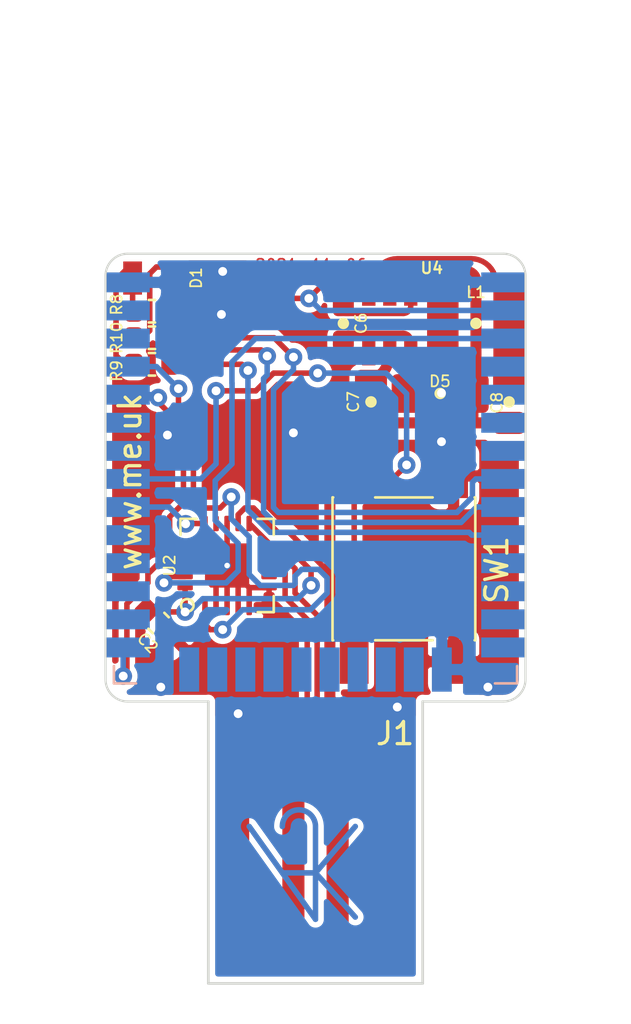
<source format=kicad_pcb>
(kicad_pcb (version 20171130) (host pcbnew "(5.1.9-0-10_14)")

  (general
    (thickness 1.6)
    (drawings 11)
    (tracks 236)
    (zones 0)
    (modules 16)
    (nets 47)
  )

  (page A4)
  (title_block
    (title "Generic ESP32 USB-A")
    (date 2021-11-06)
    (rev 1)
    (comment 1 www.me.uk)
    (comment 2 @TheRealRevK)
  )

  (layers
    (0 F.Cu signal)
    (31 B.Cu signal)
    (32 B.Adhes user)
    (33 F.Adhes user)
    (34 B.Paste user)
    (35 F.Paste user)
    (36 B.SilkS user)
    (37 F.SilkS user)
    (38 B.Mask user)
    (39 F.Mask user)
    (40 Dwgs.User user)
    (41 Cmts.User user)
    (42 Eco1.User user)
    (43 Eco2.User user)
    (44 Edge.Cuts user)
    (45 Margin user)
    (46 B.CrtYd user)
    (47 F.CrtYd user)
    (48 B.Fab user)
    (49 F.Fab user)
  )

  (setup
    (last_trace_width 0.25)
    (user_trace_width 0.5)
    (trace_clearance 0.2)
    (zone_clearance 0.25)
    (zone_45_only no)
    (trace_min 0.2)
    (via_size 0.8)
    (via_drill 0.4)
    (via_min_size 0.4)
    (via_min_drill 0.3)
    (uvia_size 0.3)
    (uvia_drill 0.1)
    (uvias_allowed no)
    (uvia_min_size 0.2)
    (uvia_min_drill 0.1)
    (edge_width 0.1)
    (segment_width 0.2)
    (pcb_text_width 0.3)
    (pcb_text_size 1.5 1.5)
    (mod_edge_width 0.15)
    (mod_text_size 1 1)
    (mod_text_width 0.15)
    (pad_size 1.425 1.75)
    (pad_drill 0)
    (pad_to_mask_clearance 0)
    (pad_to_paste_clearance_ratio -0.02)
    (aux_axis_origin 0 0)
    (visible_elements FFFFFF7F)
    (pcbplotparams
      (layerselection 0x010fc_ffffffff)
      (usegerberextensions false)
      (usegerberattributes true)
      (usegerberadvancedattributes true)
      (creategerberjobfile true)
      (excludeedgelayer true)
      (linewidth 0.100000)
      (plotframeref false)
      (viasonmask false)
      (mode 1)
      (useauxorigin false)
      (hpglpennumber 1)
      (hpglpenspeed 20)
      (hpglpendiameter 15.000000)
      (psnegative false)
      (psa4output false)
      (plotreference true)
      (plotvalue true)
      (plotinvisibletext false)
      (padsonsilk false)
      (subtractmaskfromsilk false)
      (outputformat 1)
      (mirror false)
      (drillshape 0)
      (scaleselection 1)
      (outputdirectory ""))
  )

  (net 0 "")
  (net 1 D+)
  (net 2 GND)
  (net 3 D-)
  (net 4 +3V3)
  (net 5 VBUS)
  (net 6 O)
  (net 7 I)
  (net 8 "Net-(U1-Pad32)")
  (net 9 "Net-(U1-Pad22)")
  (net 10 "Net-(U1-Pad21)")
  (net 11 "Net-(U1-Pad20)")
  (net 12 "Net-(U1-Pad19)")
  (net 13 "Net-(U1-Pad18)")
  (net 14 "Net-(U1-Pad17)")
  (net 15 EN)
  (net 16 "Net-(U1-Pad33)")
  (net 17 GPIO0)
  (net 18 "Net-(U2-Pad16)")
  (net 19 "Net-(U2-Pad7)")
  (net 20 "Net-(U1-Pad27)")
  (net 21 "Net-(D1-Pad2)")
  (net 22 CHARGER)
  (net 23 "Net-(C2-Pad1)")
  (net 24 "Net-(D1-Pad3)")
  (net 25 R)
  (net 26 G)
  (net 27 B)
  (net 28 "Net-(U1-Pad5)")
  (net 29 "Net-(U1-Pad4)")
  (net 30 "Net-(U1-Pad37)")
  (net 31 "Net-(D1-Pad4)")
  (net 32 "Net-(U1-Pad36)")
  (net 33 "Net-(U1-Pad29)")
  (net 34 "Net-(U1-Pad26)")
  (net 35 "Net-(U1-Pad24)")
  (net 36 "Net-(U1-Pad23)")
  (net 37 "Net-(U1-Pad16)")
  (net 38 "Net-(U1-Pad14)")
  (net 39 "Net-(U1-Pad13)")
  (net 40 "Net-(U1-Pad12)")
  (net 41 "Net-(U1-Pad11)")
  (net 42 "Net-(U1-Pad7)")
  (net 43 "Net-(U1-Pad6)")
  (net 44 "Net-(SW1-Pad1)")
  (net 45 "Net-(U1-Pad28)")
  (net 46 "Net-(U2-Pad14)")

  (net_class Default "This is the default net class."
    (clearance 0.2)
    (trace_width 0.25)
    (via_dia 0.8)
    (via_drill 0.4)
    (uvia_dia 0.3)
    (uvia_drill 0.1)
    (add_net +3V3)
    (add_net B)
    (add_net CHARGER)
    (add_net D+)
    (add_net D-)
    (add_net EN)
    (add_net G)
    (add_net GND)
    (add_net GPIO0)
    (add_net I)
    (add_net "Net-(C2-Pad1)")
    (add_net "Net-(D1-Pad2)")
    (add_net "Net-(D1-Pad3)")
    (add_net "Net-(D1-Pad4)")
    (add_net "Net-(SW1-Pad1)")
    (add_net "Net-(U1-Pad11)")
    (add_net "Net-(U1-Pad12)")
    (add_net "Net-(U1-Pad13)")
    (add_net "Net-(U1-Pad14)")
    (add_net "Net-(U1-Pad16)")
    (add_net "Net-(U1-Pad17)")
    (add_net "Net-(U1-Pad18)")
    (add_net "Net-(U1-Pad19)")
    (add_net "Net-(U1-Pad20)")
    (add_net "Net-(U1-Pad21)")
    (add_net "Net-(U1-Pad22)")
    (add_net "Net-(U1-Pad23)")
    (add_net "Net-(U1-Pad24)")
    (add_net "Net-(U1-Pad26)")
    (add_net "Net-(U1-Pad27)")
    (add_net "Net-(U1-Pad28)")
    (add_net "Net-(U1-Pad29)")
    (add_net "Net-(U1-Pad32)")
    (add_net "Net-(U1-Pad33)")
    (add_net "Net-(U1-Pad36)")
    (add_net "Net-(U1-Pad37)")
    (add_net "Net-(U1-Pad4)")
    (add_net "Net-(U1-Pad5)")
    (add_net "Net-(U1-Pad6)")
    (add_net "Net-(U1-Pad7)")
    (add_net "Net-(U2-Pad14)")
    (add_net "Net-(U2-Pad16)")
    (add_net "Net-(U2-Pad7)")
    (add_net O)
    (add_net R)
    (add_net VBUS)
  )

  (module RevK:SW_PUSH_6mm_SMD (layer F.Cu) (tedit 60B8F4A3) (tstamp 61867CD9)
    (at 125.5 113.25 90)
    (descr "C&K Components SPST SMD PTS645 Series 6mm Tact Switch")
    (tags "SPST Button Switch")
    (path /618D0B84)
    (attr smd)
    (fp_text reference SW1 (at -0.05 4.2 90) (layer F.SilkS)
      (effects (font (size 1 1) (thickness 0.15)))
    )
    (fp_text value SW_Push (at 0 4.15 90) (layer F.Fab)
      (effects (font (size 1 1) (thickness 0.15)))
    )
    (fp_circle (center 0 0) (end 1.75 -0.05) (layer F.Fab) (width 0.1))
    (fp_line (start -3.23 3.23) (end 3.23 3.23) (layer F.SilkS) (width 0.12))
    (fp_line (start -3.23 -1.3) (end -3.23 1.3) (layer F.SilkS) (width 0.12))
    (fp_line (start -3.23 -3.23) (end 3.23 -3.23) (layer F.SilkS) (width 0.12))
    (fp_line (start 3.23 -1.3) (end 3.23 1.3) (layer F.SilkS) (width 0.12))
    (fp_line (start -3.23 -3.2) (end -3.23 -3.23) (layer F.SilkS) (width 0.12))
    (fp_line (start -3.23 3.23) (end -3.23 3.2) (layer F.SilkS) (width 0.12))
    (fp_line (start 3.23 3.23) (end 3.23 3.2) (layer F.SilkS) (width 0.12))
    (fp_line (start 3.23 -3.23) (end 3.23 -3.2) (layer F.SilkS) (width 0.12))
    (fp_line (start -3.1 -3.1) (end 3.1 -3.1) (layer F.CrtYd) (width 0.05))
    (fp_line (start -3.1 3.1) (end 3.1 3.1) (layer F.CrtYd) (width 0.05))
    (fp_line (start -3.1 -3.1) (end -3.1 3.1) (layer F.CrtYd) (width 0.05))
    (fp_line (start 3.1 3.1) (end 3.1 -3.1) (layer F.CrtYd) (width 0.05))
    (fp_line (start 3 -3) (end -3 -3) (layer F.Fab) (width 0.1))
    (fp_line (start 3 3) (end 3 -3) (layer F.Fab) (width 0.1))
    (fp_line (start -3 3) (end 3 3) (layer F.Fab) (width 0.1))
    (fp_line (start -3 -3) (end -3 3) (layer F.Fab) (width 0.1))
    (fp_text user %R (at 0 -4.05 90) (layer F.Fab)
      (effects (font (size 1 1) (thickness 0.15)))
    )
    (pad 2 smd rect (at 4.2 2.25 90) (size 2 1.3) (layers F.Cu F.Paste F.Mask)
      (net 2 GND))
    (pad 1 smd rect (at 4.2 -2.25 90) (size 2 1.3) (layers F.Cu F.Paste F.Mask)
      (net 44 "Net-(SW1-Pad1)"))
    (pad 1 smd rect (at -4.2 -2.25 90) (size 2 1.3) (layers F.Cu F.Paste F.Mask)
      (net 44 "Net-(SW1-Pad1)"))
    (pad 2 smd rect (at -4.2 2.25 90) (size 2 1.3) (layers F.Cu F.Paste F.Mask)
      (net 2 GND))
    (model ${KISYS3DMOD}/Button_Switch_SMD.3dshapes/SW_SPST_PTS645.wrl
      (at (xyz 0 0 0))
      (scale (xyz 1 1 1))
      (rotate (xyz 0 0 0))
    )
  )

  (module RevK:AJK (layer B.Cu) (tedit 60A5FA35) (tstamp 61866AEA)
    (at 121.5 127)
    (path /618CE2FA)
    (fp_text reference Logo1 (at 0 -5) (layer B.SilkS) hide
      (effects (font (size 1 1) (thickness 0.15)) (justify mirror))
    )
    (fp_text value AJK (at 0 -5) (layer B.Fab) hide
      (effects (font (size 1 1) (thickness 0.15)) (justify mirror))
    )
    (fp_line (start 0 0) (end -1.5 0) (layer B.Cu) (width 0.25))
    (fp_line (start 0 2.1) (end 0 -2.1) (layer B.Cu) (width 0.25))
    (fp_line (start 0 2.1) (end -3 -2.1) (layer B.Cu) (width 0.25))
    (fp_line (start 1.8 2) (end 0 0) (layer B.Cu) (width 0.25))
    (fp_line (start 0 0) (end 1.8 -2.1) (layer B.Cu) (width 0.25))
    (fp_arc (start -0.75 -2.1) (end -1.5 -2.1) (angle 180) (layer B.Cu) (width 0.25))
  )

  (module RevK:ESP32-WROOM-32 (layer B.Cu) (tedit 60CF0DD9) (tstamp 6082E010)
    (at 121.5 108.55 180)
    (descr "Single 2.4 GHz Wi-Fi and Bluetooth combo chip https://www.espressif.com/sites/default/files/documentation/esp32-wroom-32_datasheet_en.pdf")
    (tags "Single 2.4 GHz Wi-Fi and Bluetooth combo  chip")
    (path /6043326C)
    (attr smd)
    (fp_text reference U1 (at 4.3 6.65 270) (layer B.SilkS) hide
      (effects (font (size 1 1) (thickness 0.15)) (justify mirror))
    )
    (fp_text value ESP32-WROOM-32 (at -0.05 11.15) (layer B.Fab)
      (effects (font (size 1 1) (thickness 0.15)) (justify mirror))
    )
    (fp_line (start 9.12 -9.88) (end 8.12 -9.88) (layer B.SilkS) (width 0.12))
    (fp_line (start 9.12 -9.1) (end 9.12 -9.88) (layer B.SilkS) (width 0.12))
    (fp_line (start -9.12 -9.88) (end -8.12 -9.88) (layer B.SilkS) (width 0.12))
    (fp_line (start -9.12 -9.1) (end -9.12 -9.88) (layer B.SilkS) (width 0.12))
    (fp_line (start 8.4 20.6) (end 8.2 20.4) (layer Cmts.User) (width 0.1))
    (fp_line (start 8.4 16) (end 8.4 20.6) (layer Cmts.User) (width 0.1))
    (fp_line (start 8.4 20.6) (end 8.6 20.4) (layer Cmts.User) (width 0.1))
    (fp_line (start 8.4 16) (end 8.6 16.2) (layer Cmts.User) (width 0.1))
    (fp_line (start 8.4 16) (end 8.2 16.2) (layer Cmts.User) (width 0.1))
    (fp_line (start -9.2 13.875) (end -9.4 14.075) (layer Cmts.User) (width 0.1))
    (fp_line (start -13.8 13.875) (end -9.2 13.875) (layer Cmts.User) (width 0.1))
    (fp_line (start -9.2 13.875) (end -9.4 13.675) (layer Cmts.User) (width 0.1))
    (fp_line (start -13.8 13.875) (end -13.6 13.675) (layer Cmts.User) (width 0.1))
    (fp_line (start -13.8 13.875) (end -13.6 14.075) (layer Cmts.User) (width 0.1))
    (fp_line (start 9.2 13.875) (end 9.4 13.675) (layer Cmts.User) (width 0.1))
    (fp_line (start 9.2 13.875) (end 9.4 14.075) (layer Cmts.User) (width 0.1))
    (fp_line (start 13.8 13.875) (end 13.6 13.675) (layer Cmts.User) (width 0.1))
    (fp_line (start 13.8 13.875) (end 13.6 14.075) (layer Cmts.User) (width 0.1))
    (fp_line (start 9.2 13.875) (end 13.8 13.875) (layer Cmts.User) (width 0.1))
    (fp_line (start 14 11.585) (end 12 9.97) (layer Dwgs.User) (width 0.1))
    (fp_line (start 14 13.2) (end 10 9.97) (layer Dwgs.User) (width 0.1))
    (fp_line (start 14 14.815) (end 8 9.97) (layer Dwgs.User) (width 0.1))
    (fp_line (start 14 16.43) (end 6 9.97) (layer Dwgs.User) (width 0.1))
    (fp_line (start 14 18.045) (end 4 9.97) (layer Dwgs.User) (width 0.1))
    (fp_line (start 14 19.66) (end 2 9.97) (layer Dwgs.User) (width 0.1))
    (fp_line (start 13.475 20.75) (end 0 9.97) (layer Dwgs.User) (width 0.1))
    (fp_line (start 11.475 20.75) (end -2 9.97) (layer Dwgs.User) (width 0.1))
    (fp_line (start 9.475 20.75) (end -4 9.97) (layer Dwgs.User) (width 0.1))
    (fp_line (start 7.475 20.75) (end -6 9.97) (layer Dwgs.User) (width 0.1))
    (fp_line (start -8 9.97) (end 5.475 20.75) (layer Dwgs.User) (width 0.1))
    (fp_line (start 3.475 20.75) (end -10 9.97) (layer Dwgs.User) (width 0.1))
    (fp_line (start 1.475 20.75) (end -12 9.97) (layer Dwgs.User) (width 0.1))
    (fp_line (start -0.525 20.75) (end -14 9.97) (layer Dwgs.User) (width 0.1))
    (fp_line (start -2.525 20.75) (end -14 11.585) (layer Dwgs.User) (width 0.1))
    (fp_line (start -4.525 20.75) (end -14 13.2) (layer Dwgs.User) (width 0.1))
    (fp_line (start -6.525 20.75) (end -14 14.815) (layer Dwgs.User) (width 0.1))
    (fp_line (start -8.525 20.75) (end -14 16.43) (layer Dwgs.User) (width 0.1))
    (fp_line (start -10.525 20.75) (end -14 18.045) (layer Dwgs.User) (width 0.1))
    (fp_line (start -12.525 20.75) (end -14 19.66) (layer Dwgs.User) (width 0.1))
    (fp_line (start 9.75 9.72) (end 14.25 9.72) (layer B.CrtYd) (width 0.05))
    (fp_line (start -14.25 9.72) (end -9.75 9.72) (layer B.CrtYd) (width 0.05))
    (fp_line (start 14.25 21) (end 14.25 9.72) (layer B.CrtYd) (width 0.05))
    (fp_line (start -14.25 21) (end -14.25 9.72) (layer B.CrtYd) (width 0.05))
    (fp_line (start 14 20.75) (end -14 20.75) (layer Dwgs.User) (width 0.1))
    (fp_line (start 14 9.97) (end 14 20.75) (layer Dwgs.User) (width 0.1))
    (fp_line (start 14 9.97) (end -14 9.97) (layer Dwgs.User) (width 0.1))
    (fp_line (start -9 9.02) (end -8.5 9.52) (layer B.Fab) (width 0.1))
    (fp_line (start -8.5 9.52) (end -9 10.02) (layer B.Fab) (width 0.1))
    (fp_line (start -9 9.02) (end -9 -9.76) (layer B.Fab) (width 0.1))
    (fp_line (start -14.25 21) (end 14.25 21) (layer B.CrtYd) (width 0.05))
    (fp_line (start 9.75 9.72) (end 9.75 -10.5) (layer B.CrtYd) (width 0.05))
    (fp_line (start -9.75 -10.5) (end 9.75 -10.5) (layer B.CrtYd) (width 0.05))
    (fp_line (start -9.75 -10.5) (end -9.75 9.72) (layer B.CrtYd) (width 0.05))
    (fp_line (start -9 15.745) (end 9 15.745) (layer B.Fab) (width 0.1))
    (fp_line (start -9 15.745) (end -9 10.02) (layer B.Fab) (width 0.1))
    (fp_line (start -9 -9.76) (end 9 -9.76) (layer B.Fab) (width 0.1))
    (fp_line (start 9 -9.76) (end 9 15.745) (layer B.Fab) (width 0.1))
    (fp_line (start -14 9.97) (end -14 20.75) (layer Dwgs.User) (width 0.1))
    (fp_text user "5 mm" (at 7.8 19.075 270) (layer Cmts.User)
      (effects (font (size 0.5 0.5) (thickness 0.1)))
    )
    (fp_text user "5 mm" (at -11.2 14.375) (layer Cmts.User)
      (effects (font (size 0.5 0.5) (thickness 0.1)))
    )
    (fp_text user "5 mm" (at 11.8 14.375) (layer Cmts.User)
      (effects (font (size 0.5 0.5) (thickness 0.1)))
    )
    (fp_text user Antenna (at 0 13) (layer Cmts.User)
      (effects (font (size 1 1) (thickness 0.15)))
    )
    (fp_text user "KEEP-OUT ZONE" (at 0 19) (layer Cmts.User)
      (effects (font (size 1 1) (thickness 0.15)))
    )
    (fp_text user %R (at 0 0) (layer B.Fab)
      (effects (font (size 1 1) (thickness 0.15)) (justify mirror))
    )
    (pad "" smd roundrect (at -1.585 2.485 180) (size 0.93 0.93) (layers B.Paste) (roundrect_rratio 0.25))
    (pad "" smd roundrect (at -2.735 -0.965 180) (size 0.93 0.93) (layers B.Paste) (roundrect_rratio 0.25))
    (pad "" smd roundrect (at -2.735 0.185 180) (size 0.93 0.93) (layers B.Paste) (roundrect_rratio 0.25))
    (pad "" smd roundrect (at -2.735 1.335 180) (size 0.93 0.93) (layers B.Paste) (roundrect_rratio 0.25))
    (pad "" smd roundrect (at -2.735 2.485 180) (size 0.93 0.93) (layers B.Paste) (roundrect_rratio 0.25))
    (pad "" smd roundrect (at 0.715 -0.965 180) (size 0.93 0.93) (layers B.Paste) (roundrect_rratio 0.25))
    (pad "" smd roundrect (at 0.715 0.185 180) (size 0.93 0.93) (layers B.Paste) (roundrect_rratio 0.25))
    (pad "" smd roundrect (at 0.715 1.335 180) (size 0.93 0.93) (layers B.Paste) (roundrect_rratio 0.25))
    (pad "" smd roundrect (at 0.715 2.485 180) (size 0.93 0.93) (layers B.Paste) (roundrect_rratio 0.25))
    (pad "" smd roundrect (at -0.435 -0.965 180) (size 0.93 0.93) (layers B.Paste) (roundrect_rratio 0.25))
    (pad "" smd roundrect (at -0.435 0.185 180) (size 0.93 0.93) (layers B.Paste) (roundrect_rratio 0.25))
    (pad "" smd roundrect (at -0.435 1.335 180) (size 0.93 0.93) (layers B.Paste) (roundrect_rratio 0.25))
    (pad "" smd roundrect (at -0.435 2.485 180) (size 0.93 0.93) (layers B.Paste) (roundrect_rratio 0.25))
    (pad "" smd roundrect (at -1.585 -0.965 180) (size 0.93 0.93) (layers B.Paste) (roundrect_rratio 0.25))
    (pad "" smd roundrect (at -1.585 0.185 180) (size 0.93 0.93) (layers B.Paste) (roundrect_rratio 0.25))
    (pad "" smd roundrect (at -1.585 1.335 180) (size 0.93 0.93) (layers B.Paste) (roundrect_rratio 0.25))
    (pad 38 smd rect (at 8.5 8.255 180) (size 2 0.9) (layers B.Cu B.Paste B.Mask)
      (net 2 GND))
    (pad 37 smd rect (at 8.5 6.985 180) (size 2 0.9) (layers B.Cu B.Paste B.Mask)
      (net 30 "Net-(U1-Pad37)"))
    (pad 36 smd rect (at 8.5 5.715 180) (size 2 0.9) (layers B.Cu B.Paste B.Mask)
      (net 32 "Net-(U1-Pad36)"))
    (pad 35 smd rect (at 8.5 4.445 180) (size 2 0.9) (layers B.Cu B.Paste B.Mask)
      (net 6 O))
    (pad 34 smd rect (at 8.5 3.175 180) (size 2 0.9) (layers B.Cu B.Paste B.Mask)
      (net 7 I))
    (pad 33 smd rect (at 8.5 1.905 180) (size 2 0.9) (layers B.Cu B.Paste B.Mask)
      (net 16 "Net-(U1-Pad33)"))
    (pad 32 smd rect (at 8.5 0.635 180) (size 2 0.9) (layers B.Cu B.Paste B.Mask)
      (net 8 "Net-(U1-Pad32)"))
    (pad 31 smd rect (at 8.5 -0.635 180) (size 2 0.9) (layers B.Cu B.Paste B.Mask)
      (net 44 "Net-(SW1-Pad1)"))
    (pad 30 smd rect (at 8.5 -1.905 180) (size 2 0.9) (layers B.Cu B.Paste B.Mask)
      (net 22 CHARGER))
    (pad 29 smd rect (at 8.5 -3.175 180) (size 2 0.9) (layers B.Cu B.Paste B.Mask)
      (net 33 "Net-(U1-Pad29)"))
    (pad 28 smd rect (at 8.5 -4.445 180) (size 2 0.9) (layers B.Cu B.Paste B.Mask)
      (net 45 "Net-(U1-Pad28)"))
    (pad 27 smd rect (at 8.5 -5.715 180) (size 2 0.9) (layers B.Cu B.Paste B.Mask)
      (net 20 "Net-(U1-Pad27)"))
    (pad 26 smd rect (at 8.5 -6.985 180) (size 2 0.9) (layers B.Cu B.Paste B.Mask)
      (net 34 "Net-(U1-Pad26)"))
    (pad 25 smd rect (at 8.5 -8.255 180) (size 2 0.9) (layers B.Cu B.Paste B.Mask)
      (net 17 GPIO0))
    (pad 24 smd rect (at 5.715 -9.255 90) (size 2 0.9) (layers B.Cu B.Paste B.Mask)
      (net 35 "Net-(U1-Pad24)"))
    (pad 23 smd rect (at 4.445 -9.255 90) (size 2 0.9) (layers B.Cu B.Paste B.Mask)
      (net 36 "Net-(U1-Pad23)"))
    (pad 22 smd rect (at 3.175 -9.255 90) (size 2 0.9) (layers B.Cu B.Paste B.Mask)
      (net 9 "Net-(U1-Pad22)"))
    (pad 21 smd rect (at 1.905 -9.255 90) (size 2 0.9) (layers B.Cu B.Paste B.Mask)
      (net 10 "Net-(U1-Pad21)"))
    (pad 20 smd rect (at 0.635 -9.255 90) (size 2 0.9) (layers B.Cu B.Paste B.Mask)
      (net 11 "Net-(U1-Pad20)"))
    (pad 19 smd rect (at -0.635 -9.255 90) (size 2 0.9) (layers B.Cu B.Paste B.Mask)
      (net 12 "Net-(U1-Pad19)"))
    (pad 18 smd rect (at -1.905 -9.255 90) (size 2 0.9) (layers B.Cu B.Paste B.Mask)
      (net 13 "Net-(U1-Pad18)"))
    (pad 17 smd rect (at -3.175 -9.255 90) (size 2 0.9) (layers B.Cu B.Paste B.Mask)
      (net 14 "Net-(U1-Pad17)"))
    (pad 16 smd rect (at -4.445 -9.255 90) (size 2 0.9) (layers B.Cu B.Paste B.Mask)
      (net 37 "Net-(U1-Pad16)"))
    (pad 15 smd rect (at -5.715 -9.255 90) (size 2 0.9) (layers B.Cu B.Paste B.Mask)
      (net 2 GND))
    (pad 14 smd rect (at -8.5 -8.255 180) (size 2 0.9) (layers B.Cu B.Paste B.Mask)
      (net 38 "Net-(U1-Pad14)"))
    (pad 13 smd rect (at -8.5 -6.985 180) (size 2 0.9) (layers B.Cu B.Paste B.Mask)
      (net 39 "Net-(U1-Pad13)"))
    (pad 12 smd rect (at -8.5 -5.715 180) (size 2 0.9) (layers B.Cu B.Paste B.Mask)
      (net 40 "Net-(U1-Pad12)"))
    (pad 11 smd rect (at -8.5 -4.445 180) (size 2 0.9) (layers B.Cu B.Paste B.Mask)
      (net 41 "Net-(U1-Pad11)"))
    (pad 10 smd rect (at -8.5 -3.175 180) (size 2 0.9) (layers B.Cu B.Paste B.Mask)
      (net 26 G))
    (pad 9 smd rect (at -8.5 -1.905 180) (size 2 0.9) (layers B.Cu B.Paste B.Mask)
      (net 27 B))
    (pad 8 smd rect (at -8.5 -0.635 180) (size 2 0.9) (layers B.Cu B.Paste B.Mask)
      (net 25 R))
    (pad 7 smd rect (at -8.5 0.635 180) (size 2 0.9) (layers B.Cu B.Paste B.Mask)
      (net 42 "Net-(U1-Pad7)"))
    (pad 6 smd rect (at -8.5 1.905 180) (size 2 0.9) (layers B.Cu B.Paste B.Mask)
      (net 43 "Net-(U1-Pad6)"))
    (pad 5 smd rect (at -8.5 3.175 180) (size 2 0.9) (layers B.Cu B.Paste B.Mask)
      (net 28 "Net-(U1-Pad5)"))
    (pad 4 smd rect (at -8.5 4.445 180) (size 2 0.9) (layers B.Cu B.Paste B.Mask)
      (net 29 "Net-(U1-Pad4)"))
    (pad 3 smd rect (at -8.5 5.715 180) (size 2 0.9) (layers B.Cu B.Paste B.Mask)
      (net 15 EN))
    (pad 2 smd rect (at -8.5 6.985 180) (size 2 0.9) (layers B.Cu B.Paste B.Mask)
      (net 4 +3V3))
    (pad 1 smd rect (at -8.5 8.255 180) (size 2 0.9) (layers B.Cu B.Paste B.Mask)
      (net 2 GND))
    (pad 39 smd rect (at -1 0.755 180) (size 5 5) (layers B.Cu B.Mask)
      (net 2 GND) (zone_connect 2))
    (model ${KISYS3DMOD}/RF_Module.3dshapes/ESP32-WROOM-32.wrl
      (at (xyz 0 0 0))
      (scale (xyz 1 1 1))
      (rotate (xyz 0 0 0))
    )
  )

  (module RevK:USB-A-PCB (layer F.Cu) (tedit 61864EA0) (tstamp 61865D50)
    (at 121.5 131)
    (path /6189A730)
    (fp_text reference J1 (at 3.6 -10.3) (layer F.SilkS)
      (effects (font (size 1 1) (thickness 0.15)))
    )
    (fp_text value USB_A (at 0.3 2) (layer F.Fab)
      (effects (font (size 1 1) (thickness 0.15)))
    )
    (fp_line (start 4.85 1) (end 4.85 -11.75) (layer Edge.Cuts) (width 0.12))
    (fp_line (start -4.85 1) (end 4.85 1) (layer Edge.Cuts) (width 0.12))
    (fp_line (start -4.85 -11.75) (end -4.85 1) (layer Edge.Cuts) (width 0.12))
    (pad 2 smd rect (at 1 -4.205) (size 1 6.41) (layers F.Cu F.Mask)
      (net 3 D-))
    (pad 3 smd rect (at -1 -4.205) (size 1 6.41) (layers F.Cu F.Mask)
      (net 1 D+))
    (pad 1 smd rect (at 3.5 -3.705) (size 1 7.41) (layers F.Cu F.Mask)
      (net 5 VBUS))
    (pad 4 smd rect (at -3.5 -3.705) (size 1 7.41) (layers F.Cu F.Mask)
      (net 2 GND))
  )

  (module RevK:RegulatorBlock (layer F.Cu) (tedit 6127403F) (tstamp 61275486)
    (at 124.86 102.15)
    (descr "LMR16006 based regulator 3.3V/5V")
    (path /610EE400)
    (attr smd)
    (fp_text reference U4 (at 1.9 -2.5 180) (layer F.SilkS)
      (effects (font (size 0.5 0.5) (thickness 0.1)))
    )
    (fp_text value LMR16006YQ3 (at -2.65 -2.55 180) (layer F.Fab)
      (effects (font (size 0.5 0.5) (thickness 0.1)) (justify left))
    )
    (fp_circle (center -0.85 3.55) (end -0.8 3.55) (layer F.SilkS) (width 0.12))
    (fp_line (start 1.9 2.05) (end 1.9 -1.95) (layer F.Fab) (width 0.12))
    (fp_line (start 5.9 2.05) (end 1.9 2.05) (layer F.Fab) (width 0.12))
    (fp_line (start 5.9 -1.95) (end 5.9 2.05) (layer F.Fab) (width 0.12))
    (fp_line (start 1.9 -1.95) (end 5.9 -1.95) (layer F.Fab) (width 0.12))
    (fp_line (start 3.925 2.37) (end 1.125 2.37) (layer F.Fab) (width 0.1))
    (fp_line (start 1.125 2.37) (end 0.725 2.77) (layer F.Fab) (width 0.1))
    (fp_line (start 0.725 2.77) (end 0.725 3.97) (layer F.Fab) (width 0.1))
    (fp_line (start 0.725 3.97) (end 3.925 3.97) (layer F.Fab) (width 0.1))
    (fp_line (start 3.925 3.97) (end 3.925 2.37) (layer F.Fab) (width 0.1))
    (fp_line (start -2.5 -0.8) (end -1.7 -0.8) (layer F.Fab) (width 0.1))
    (fp_line (start -1.7 0.8) (end -1.7 -0.8) (layer F.Fab) (width 0.1))
    (fp_line (start -1.7 0.8) (end -2.5 0.8) (layer F.Fab) (width 0.1))
    (fp_line (start -2.5 0.8) (end -2.5 -0.8) (layer F.Fab) (width 0.1))
    (fp_line (start -2.8 5) (end -2.8 -3.05) (layer F.Fab) (width 0.12))
    (fp_line (start -2.8 -3.05) (end 6.2 -3.05) (layer F.Fab) (width 0.12))
    (fp_line (start 6.2 -3.05) (end 6.2 5) (layer F.Fab) (width 0.12))
    (fp_line (start 6.2 5) (end -2.8 5) (layer F.Fab) (width 0.12))
    (fp_line (start 4.775 2.55) (end 6.025 2.55) (layer F.Fab) (width 0.1))
    (fp_line (start 6.025 2.55) (end 6.025 4.55) (layer F.Fab) (width 0.1))
    (fp_line (start 6.025 4.55) (end 4.775 4.55) (layer F.Fab) (width 0.1))
    (fp_line (start 4.775 4.55) (end 4.775 2.55) (layer F.Fab) (width 0.1))
    (fp_line (start -1.55 -0.9) (end 1.55 -0.9) (layer F.Fab) (width 0.1))
    (fp_line (start 1.55 -0.9) (end 1.55 0.9) (layer F.Fab) (width 0.1))
    (fp_line (start -0.9 0.9) (end 1.55 0.9) (layer F.Fab) (width 0.1))
    (fp_line (start -1.55 -0.9) (end -1.55 0.25) (layer F.Fab) (width 0.1))
    (fp_line (start -0.9 0.9) (end -1.55 0.25) (layer F.Fab) (width 0.1))
    (fp_line (start 1.125 2.37) (end 1.125 3.97) (layer F.Fab) (width 0.1))
    (fp_line (start -0.225 4.6) (end -1.475 4.6) (layer F.Fab) (width 0.1))
    (fp_line (start -1.475 4.6) (end -1.475 2.6) (layer F.Fab) (width 0.1))
    (fp_line (start -1.475 2.6) (end -0.225 2.6) (layer F.Fab) (width 0.1))
    (fp_line (start -0.225 2.6) (end -0.225 4.6) (layer F.Fab) (width 0.1))
    (fp_line (start -2 -0.45) (end 0.6 -0.45) (layer F.Cu) (width 0.25))
    (fp_line (start -1.9 0.45) (end 0.6 0.45) (layer F.Cu) (width 0.25))
    (fp_line (start 0.95 1.35) (end 2.45 1.35) (layer F.Cu) (width 0.5))
    (fp_line (start 0.95 2.55) (end 0.95 1.35) (layer F.Cu) (width 0.5))
    (fp_line (start -2.6 -1.25) (end -1.45 -1.25) (layer F.CrtYd) (width 0.12))
    (fp_line (start -1.45 -1.25) (end -1.45 -1.95) (layer F.CrtYd) (width 0.12))
    (fp_line (start -1.45 -1.95) (end 6.2 -1.95) (layer F.CrtYd) (width 0.12))
    (fp_line (start 6.2 -1.95) (end 6.2 4.85) (layer F.CrtYd) (width 0.12))
    (fp_line (start 6.2 4.85) (end -1.6 4.85) (layer F.CrtYd) (width 0.12))
    (fp_line (start -1.6 4.85) (end -1.6 1.25) (layer F.CrtYd) (width 0.12))
    (fp_line (start -1.6 1.25) (end -2.6 1.25) (layer F.CrtYd) (width 0.12))
    (fp_line (start -2.6 1.25) (end -2.6 -1.25) (layer F.CrtYd) (width 0.12))
    (fp_circle (center 5.4 3.55) (end 5.45 3.55) (layer F.SilkS) (width 0.12))
    (fp_circle (center 2.28 3.17) (end 2.33 3.17) (layer F.SilkS) (width 0.12))
    (fp_circle (center -2.1 0) (end -2.05 0) (layer F.SilkS) (width 0.12))
    (fp_circle (center 3.9 0) (end 3.95 0) (layer F.SilkS) (width 0.12))
    (fp_arc (start 0.6 0.8) (end 0.95 0.8) (angle -90) (layer F.Cu) (width 0.25))
    (fp_arc (start 0.6 -0.8) (end 0.6 -0.45) (angle -90) (layer F.Cu) (width 0.25))
    (fp_text user %R (at 6.15 -2.55 180) (layer F.Fab)
      (effects (font (size 0.5 0.5) (thickness 0.1)) (justify right))
    )
    (fp_text user 16006Y (at 1.5 -0.45 180 unlocked) (layer F.Fab)
      (effects (font (size 0.5 0.5) (thickness 0.1)) (justify left))
    )
    (fp_text user LMR (at 1.5 0.35 180 unlocked) (layer F.Fab)
      (effects (font (size 0.5 0.5) (thickness 0.1)) (justify left))
    )
    (pad 4 smd custom (at -0.95 -1.35) (size 0.6 1.1) (layers F.Cu)
      (net 4 +3V3) (clearance 0.2) (zone_connect 0)
      (options (clearance outline) (anchor rect))
      (primitives
        (gr_arc (start 1.295 -0.455) (end 1.295 -1.575) (angle -90) (width 0.25))
        (gr_line (start 1.295 -1.575) (end 4.64 -1.575) (width 0.25))
        (gr_arc (start 4.64 -0.455) (end 5.76 -0.455) (angle -90) (width 0.25))
        (gr_line (start 5.76 -0.455) (end 6.35 1.4) (width 0.25))
      ))
    (pad ~ smd roundrect (at 5.4 1.2) (size 1.2 1) (layers F.Paste) (roundrect_rratio 0.25))
    (pad ~ smd roundrect (at 5.4 0.05) (size 1.2 1) (layers F.Paste) (roundrect_rratio 0.25))
    (pad ~ smd roundrect (at 5.4 -1.1) (size 1.2 1) (layers F.Paste) (roundrect_rratio 0.25))
    (pad ~ smd roundrect (at 2.4 0.05) (size 1.2 1) (layers F.Paste) (roundrect_rratio 0.25))
    (pad ~ smd roundrect (at 2.4 1.2) (size 1.2 1) (layers F.Paste) (roundrect_rratio 0.25))
    (pad ~ smd roundrect (at 2.4 -1.1) (size 1.2 1) (layers F.Paste) (roundrect_rratio 0.25))
    (pad 2 smd custom (at -1.06 2.55) (size 0.1 0.1) (layers F.Cu)
      (net 5 VBUS) (zone_connect 0)
      (options (clearance outline) (anchor rect))
      (primitives
        (gr_arc (start 0 -1) (end 1 -1) (angle 90) (width 0.5))
      ))
    (pad 3 smd custom (at -1.1 4.5) (size 0.1 0.1) (layers F.Cu)
      (net 2 GND) (clearance 0.2) (zone_connect 0)
      (options (clearance outline) (anchor rect))
      (primitives
        (gr_line (start 0 0) (end 6.6 0) (width 0.5))
        (gr_line (start 4.8625 0) (end 4.8625 -1.6) (width 0.5))
        (gr_line (start 5 -1.6) (end 5 -6.4) (width 0.5))
        (gr_arc (start 4.55 -6.4) (end 5 -6.4) (angle -90) (width 0.5))
        (gr_line (start 4.55 -6.85) (end 1.55 -6.85) (width 0.5))
        (gr_arc (start 1.55 -6.4) (end 1.55 -6.85) (angle -90) (width 0.5))
        (gr_line (start 1.1 -6.4) (end 1.1 -5.9) (width 0.5))
      ))
    (pad 4 smd rect (at 5.4 0.8) (size 0.5 4) (layers F.Cu)
      (net 4 +3V3) (zone_connect 0))
    (pad ~ smd rect (at 0.95 -1.35 90) (size 1.1 0.6) (layers F.Cu F.Paste F.Mask)
      (clearance 0.2))
    (pad 4 smd rect (at -0.95 -1.35) (size 0.6 1.1) (layers F.Cu F.Paste F.Mask)
      (net 4 +3V3) (clearance 0.2) (zone_connect 0))
    (pad 3 smd rect (at 0 -1.35 90) (size 1.1 0.6) (layers F.Cu F.Paste F.Mask)
      (net 2 GND) (clearance 0.2))
    (pad 1 smd rect (at -0.95 1.35 90) (size 1.1 0.6) (layers F.Cu F.Paste F.Mask)
      (net 5 VBUS) (clearance 0.2))
    (pad 2 smd rect (at 0 1.35 90) (size 1.1 0.6) (layers F.Cu F.Paste F.Mask)
      (net 5 VBUS) (clearance 0.2) (zone_connect 0))
    (pad ~ smd rect (at 0.95 1.35 90) (size 1.1 0.6) (layers F.Cu F.Paste F.Mask)
      (clearance 0.2))
    (pad 4 smd roundrect (at 5.4 2.6 270) (size 1 1.45) (layers F.Cu F.Paste F.Mask) (roundrect_rratio 0.25)
      (net 4 +3V3) (clearance 0.2) (zone_connect 0))
    (pad 3 smd roundrect (at 5.4 4.5 270) (size 1 1.45) (layers F.Cu F.Paste F.Mask) (roundrect_rratio 0.25)
      (net 2 GND) (zone_connect 0))
    (pad 3 smd roundrect (at -0.85 4.5 270) (size 1 1.45) (layers F.Cu F.Paste F.Mask) (roundrect_rratio 0.25)
      (net 2 GND) (zone_connect 0))
    (pad 2 smd roundrect (at -0.85 2.6 270) (size 1 1.45) (layers F.Cu F.Paste F.Mask) (roundrect_rratio 0.25)
      (net 5 VBUS) (clearance 0.2))
    (pad ~ smd roundrect (at -2.1 -0.775 90) (size 0.9 0.95) (layers F.Cu F.Paste F.Mask) (roundrect_rratio 0.25))
    (pad ~ smd roundrect (at -2.1 0.775 90) (size 0.9 0.95) (layers F.Cu F.Paste F.Mask) (roundrect_rratio 0.25))
    (pad ~ smd roundrect (at 0.7975 3.17) (size 1.425 1.75) (layers F.Cu F.Paste F.Mask) (roundrect_rratio 0.175)
      (clearance 0.2))
    (pad 3 smd roundrect (at 3.7625 3.17) (size 1.425 1.75) (layers F.Cu F.Paste F.Mask) (roundrect_rratio 0.175)
      (net 2 GND) (clearance 0.2) (zone_connect 0))
    (pad 4 smd rect (at 5.4 0.05 90) (size 3.7 1.425) (layers F.Cu F.Mask)
      (net 4 +3V3) (zone_connect 0))
    (pad ~ smd rect (at 2.4 0.05 90) (size 3.7 1.425) (layers F.Cu F.Mask)
      (clearance 0.2))
    (model ${KISYS3DMOD}/Package_TO_SOT_SMD.3dshapes/SOT-23-6.wrl
      (at (xyz 0 0 0))
      (scale (xyz 1 1 1))
      (rotate (xyz 0 0 90))
    )
    (model ${KISYS3DMOD}/Capacitor_SMD.3dshapes/C_0603_1608Metric.wrl
      (offset (xyz -2.1 0 0))
      (scale (xyz 1 1 1))
      (rotate (xyz 0 0 90))
    )
    (model ${KISYS3DMOD}/Capacitor_SMD.3dshapes/C_0805_2012Metric.wrl
      (offset (xyz -0.85 -3.5 0))
      (scale (xyz 1 1 1))
      (rotate (xyz 0 0 90))
    )
    (model ${KISYS3DMOD}/Capacitor_SMD.3dshapes/C_0805_2012Metric.wrl
      (offset (xyz 5.4 -3.5 0))
      (scale (xyz 1 1 1))
      (rotate (xyz 0 0 90))
    )
    (model /Users/adrian/Documents/KiCad/3D/TYA4020.wrl
      (offset (xyz 3.9 0 0))
      (scale (xyz 1 1 1))
      (rotate (xyz 0 0 90))
    )
    (model ${KISYS3DMOD}/Diode_SMD.3dshapes/D_1206_3216Metric.wrl
      (offset (xyz 2.275 -3.1 0))
      (scale (xyz 1 1 1))
      (rotate (xyz 0 0 0))
    )
  )

  (module RevK:Hidden (layer F.Cu) (tedit 610EC3FC) (tstamp 61273D18)
    (at 128.76 102.15 90)
    (path /610FE01A)
    (attr smd)
    (fp_text reference L1 (at 1.41 0 180) (layer F.SilkS)
      (effects (font (size 0.5 0.5) (thickness 0.08)))
    )
    (fp_text value 6.8uH (at 0 0 90) (layer F.Fab)
      (effects (font (size 0.5 0.5) (thickness 0.08)))
    )
    (fp_line (start 0 0) (end 0 -0.2) (layer F.SilkS) (width 0.12))
    (fp_circle (center 0 0) (end 0.2 0) (layer F.SilkS) (width 0.12))
  )

  (module RevK:Hidden (layer F.Cu) (tedit 610EC3FC) (tstamp 61273C5C)
    (at 127.14 105.32)
    (path /610FE5D2)
    (attr smd)
    (fp_text reference D5 (at -0.01 -0.55) (layer F.SilkS)
      (effects (font (size 0.5 0.5) (thickness 0.08)))
    )
    (fp_text value Schottky (at 0 0) (layer F.Fab)
      (effects (font (size 0.5 0.5) (thickness 0.08)))
    )
    (fp_line (start 0 0) (end 0 -0.2) (layer F.SilkS) (width 0.12))
    (fp_circle (center 0 0) (end 0.2 0) (layer F.SilkS) (width 0.12))
  )

  (module RevK:Hidden (layer F.Cu) (tedit 610EC3FC) (tstamp 61273BBE)
    (at 130.26 105.7 90)
    (path /610FD80E)
    (attr smd)
    (fp_text reference C8 (at -0.04 -0.55 90) (layer F.SilkS)
      (effects (font (size 0.5 0.5) (thickness 0.08)))
    )
    (fp_text value 10uF (at 0 0 90) (layer F.Fab)
      (effects (font (size 0.5 0.5) (thickness 0.08)))
    )
    (fp_line (start 0 0) (end 0 -0.2) (layer F.SilkS) (width 0.12))
    (fp_circle (center 0 0) (end 0.2 0) (layer F.SilkS) (width 0.12))
  )

  (module RevK:Hidden (layer F.Cu) (tedit 610EC3FC) (tstamp 61273BB8)
    (at 124.01 105.7 90)
    (path /610FD0EF)
    (attr smd)
    (fp_text reference C7 (at 0 -0.8 90) (layer F.SilkS)
      (effects (font (size 0.5 0.5) (thickness 0.08)))
    )
    (fp_text value 2.2uF (at 0 0 90) (layer F.Fab)
      (effects (font (size 0.5 0.5) (thickness 0.08)))
    )
    (fp_line (start 0 0) (end 0 -0.2) (layer F.SilkS) (width 0.12))
    (fp_circle (center 0 0) (end 0.2 0) (layer F.SilkS) (width 0.12))
  )

  (module RevK:Hidden (layer F.Cu) (tedit 610EC3FC) (tstamp 61274B21)
    (at 122.76 102.15 270)
    (path /610F9B88)
    (attr smd)
    (fp_text reference C6 (at 0 -0.8 90) (layer F.SilkS)
      (effects (font (size 0.5 0.5) (thickness 0.08)))
    )
    (fp_text value 0.1uF (at 0 0 90) (layer F.Fab)
      (effects (font (size 0.5 0.5) (thickness 0.08)))
    )
    (fp_line (start 0 0) (end 0 -0.2) (layer F.SilkS) (width 0.12))
    (fp_circle (center 0 0) (end 0.2 0) (layer F.SilkS) (width 0.12))
  )

  (module RevK:LED-RGB-1.6x1.6 (layer F.Cu) (tedit 60CDB347) (tstamp 60CF7FFA)
    (at 114.1 100.1)
    (path /60CF36BC)
    (fp_text reference D1 (at 2 0 90) (layer F.SilkS)
      (effects (font (size 0.5 0.5) (thickness 0.08)))
    )
    (fp_text value RGB (at 0 0) (layer F.Fab)
      (effects (font (size 0.5 0.5) (thickness 0.08)))
    )
    (fp_line (start -1.1 1) (end -1.1 -1) (layer F.CrtYd) (width 0.12))
    (fp_line (start 1.1 1) (end -1.1 1) (layer F.CrtYd) (width 0.12))
    (fp_line (start 1.1 -1) (end 1.1 1) (layer F.CrtYd) (width 0.12))
    (fp_line (start -1.1 -1) (end 1.1 -1) (layer F.CrtYd) (width 0.12))
    (fp_line (start -0.8 0.8) (end -0.8 -0.8) (layer F.Fab) (width 0.12))
    (fp_line (start 0.4 0.8) (end -0.8 0.8) (layer F.Fab) (width 0.12))
    (fp_line (start 0.8 -0.8) (end 0.8 0.4) (layer F.Fab) (width 0.12))
    (fp_line (start -0.8 -0.8) (end 0.8 -0.8) (layer F.Fab) (width 0.12))
    (fp_line (start 0.8 0.4) (end 0.4 0.8) (layer F.Fab) (width 0.12))
    (pad 4 smd rect (at 0.875 -0.5) (size 0.85 0.5) (layers F.Cu F.Paste F.Mask)
      (net 31 "Net-(D1-Pad4)"))
    (pad 3 smd rect (at -0.875 -0.5) (size 0.85 0.5) (layers F.Cu F.Paste F.Mask)
      (net 24 "Net-(D1-Pad3)"))
    (pad 2 smd rect (at -0.875 0.5) (size 0.85 0.5) (layers F.Cu F.Paste F.Mask)
      (net 21 "Net-(D1-Pad2)"))
    (pad 1 smd rect (at 0.875 0.5) (size 0.85 0.5) (layers F.Cu F.Paste F.Mask)
      (net 4 +3V3))
    (model ${KISYS3DMOD}/LED_SMD.3dshapes/LED_0603_1608Metric.wrl
      (offset (xyz 0 -0.4 0))
      (scale (xyz 1 1 1))
      (rotate (xyz 0 0 0))
    )
    (model ${KISYS3DMOD}/LED_SMD.3dshapes/LED_0603_1608Metric.wrl
      (offset (xyz 0 0.4 0))
      (scale (xyz 1 1 1))
      (rotate (xyz 0 0 0))
    )
  )

  (module RevK:R_0603 (layer F.Cu) (tedit 60995554) (tstamp 60CF8304)
    (at 114.1 104)
    (descr "Capacitor SMD 0603 (1608 Metric), square (rectangular) end terminal, IPC_7351 nominal, (Body size source: IPC-SM-782 page 76, https://www.pcb-3d.com/wordpress/wp-content/uploads/ipc-sm-782a_amendment_1_and_2.pdf), generated with kicad-footprint-generator")
    (tags capacitor)
    (path /60CFBFAF)
    (attr smd)
    (fp_text reference R9 (at -1.6 0.3 90) (layer F.SilkS)
      (effects (font (size 0.5 0.5) (thickness 0.08)))
    )
    (fp_text value 2K (at 0 0) (layer F.Fab)
      (effects (font (size 0.4 0.4) (thickness 0.08)))
    )
    (fp_line (start -0.8 0.4) (end -0.8 -0.4) (layer F.Fab) (width 0.1))
    (fp_line (start -0.8 -0.4) (end 0.8 -0.4) (layer F.Fab) (width 0.1))
    (fp_line (start 0.8 -0.4) (end 0.8 0.4) (layer F.Fab) (width 0.1))
    (fp_line (start 0.8 0.4) (end -0.8 0.4) (layer F.Fab) (width 0.1))
    (fp_line (start -0.14058 -0.51) (end 0.14058 -0.51) (layer F.SilkS) (width 0.12))
    (fp_line (start -0.14058 0.51) (end 0.14058 0.51) (layer F.SilkS) (width 0.12))
    (fp_line (start -0.8 0.4) (end -0.8 -0.4) (layer F.CrtYd) (width 0.05))
    (fp_line (start -0.8 -0.4) (end 0.8 -0.4) (layer F.CrtYd) (width 0.05))
    (fp_line (start 0.8 -0.4) (end 0.8 0.4) (layer F.CrtYd) (width 0.05))
    (fp_line (start 0.8 0.4) (end -0.8 0.4) (layer F.CrtYd) (width 0.05))
    (fp_text user %R (at 1.5 0) (layer F.Fab)
      (effects (font (size 0.4 0.4) (thickness 0.06)))
    )
    (pad 2 smd roundrect (at 0.825 0) (size 0.8 0.95) (layers F.Cu F.Paste F.Mask) (roundrect_rratio 0.25)
      (net 26 G))
    (pad 1 smd roundrect (at -0.825 0) (size 0.8 0.95) (layers F.Cu F.Paste F.Mask) (roundrect_rratio 0.25)
      (net 24 "Net-(D1-Pad3)"))
    (model ${KISYS3DMOD}/Resistor_SMD.3dshapes/R_0603_1608Metric.wrl
      (at (xyz 0 0 0))
      (scale (xyz 1 1 1))
      (rotate (xyz 0 0 0))
    )
  )

  (module RevK:R_0603 (layer F.Cu) (tedit 60995554) (tstamp 60CF82F3)
    (at 114.1 101.6)
    (descr "Capacitor SMD 0603 (1608 Metric), square (rectangular) end terminal, IPC_7351 nominal, (Body size source: IPC-SM-782 page 76, https://www.pcb-3d.com/wordpress/wp-content/uploads/ipc-sm-782a_amendment_1_and_2.pdf), generated with kicad-footprint-generator")
    (tags capacitor)
    (path /60CF9E4D)
    (attr smd)
    (fp_text reference R8 (at -1.6 -0.3 90) (layer F.SilkS)
      (effects (font (size 0.5 0.5) (thickness 0.08)))
    )
    (fp_text value 732R (at 0 0) (layer F.Fab)
      (effects (font (size 0.4 0.4) (thickness 0.08)))
    )
    (fp_line (start -0.8 0.4) (end -0.8 -0.4) (layer F.Fab) (width 0.1))
    (fp_line (start -0.8 -0.4) (end 0.8 -0.4) (layer F.Fab) (width 0.1))
    (fp_line (start 0.8 -0.4) (end 0.8 0.4) (layer F.Fab) (width 0.1))
    (fp_line (start 0.8 0.4) (end -0.8 0.4) (layer F.Fab) (width 0.1))
    (fp_line (start -0.14058 -0.51) (end 0.14058 -0.51) (layer F.SilkS) (width 0.12))
    (fp_line (start -0.14058 0.51) (end 0.14058 0.51) (layer F.SilkS) (width 0.12))
    (fp_line (start -0.8 0.4) (end -0.8 -0.4) (layer F.CrtYd) (width 0.05))
    (fp_line (start -0.8 -0.4) (end 0.8 -0.4) (layer F.CrtYd) (width 0.05))
    (fp_line (start 0.8 -0.4) (end 0.8 0.4) (layer F.CrtYd) (width 0.05))
    (fp_line (start 0.8 0.4) (end -0.8 0.4) (layer F.CrtYd) (width 0.05))
    (fp_text user %R (at 1.3 -0.1) (layer F.Fab)
      (effects (font (size 0.4 0.4) (thickness 0.06)))
    )
    (pad 2 smd roundrect (at 0.825 0) (size 0.8 0.95) (layers F.Cu F.Paste F.Mask) (roundrect_rratio 0.25)
      (net 25 R))
    (pad 1 smd roundrect (at -0.825 0) (size 0.8 0.95) (layers F.Cu F.Paste F.Mask) (roundrect_rratio 0.25)
      (net 21 "Net-(D1-Pad2)"))
    (model ${KISYS3DMOD}/Resistor_SMD.3dshapes/R_0603_1608Metric.wrl
      (at (xyz 0 0 0))
      (scale (xyz 1 1 1))
      (rotate (xyz 0 0 0))
    )
  )

  (module RevK:QFN-20-1EP_4x4mm_P0.5mm_EP2.5x2.5mm (layer F.Cu) (tedit 610E5889) (tstamp 6081606C)
    (at 117.5 113.1 90)
    (descr "QFN, 20 Pin (http://ww1.microchip.com/downloads/en/PackagingSpec/00000049BQ.pdf#page=274), generated with kicad-footprint-generator ipc_noLead_generator.py")
    (tags "QFN NoLead")
    (path /60849D1E)
    (attr smd)
    (fp_text reference U2 (at 0 -2.6 90) (layer F.SilkS)
      (effects (font (size 0.5 0.5) (thickness 0.08)))
    )
    (fp_text value FT231XQ (at 0.1 1.5 90) (layer F.Fab)
      (effects (font (size 0.5 0.5) (thickness 0.08)))
    )
    (fp_line (start 1.385 -2.11) (end 2.11 -2.11) (layer F.SilkS) (width 0.12))
    (fp_line (start 2.11 -2.11) (end 2.11 -1.385) (layer F.SilkS) (width 0.12))
    (fp_line (start -1.385 2.11) (end -2.11 2.11) (layer F.SilkS) (width 0.12))
    (fp_line (start -2.11 2.11) (end -2.11 1.385) (layer F.SilkS) (width 0.12))
    (fp_line (start 1.385 2.11) (end 2.11 2.11) (layer F.SilkS) (width 0.12))
    (fp_line (start 2.11 2.11) (end 2.11 1.385) (layer F.SilkS) (width 0.12))
    (fp_line (start -1 -2) (end 2 -2) (layer F.Fab) (width 0.1))
    (fp_line (start 2 -2) (end 2 2) (layer F.Fab) (width 0.1))
    (fp_line (start 2 2) (end -2 2) (layer F.Fab) (width 0.1))
    (fp_line (start -2 2) (end -2 -1) (layer F.Fab) (width 0.1))
    (fp_line (start -2 -1) (end -1 -2) (layer F.Fab) (width 0.1))
    (fp_line (start -2.4 -2.4) (end -2.4 2.4) (layer F.CrtYd) (width 0.05))
    (fp_line (start -2.4 2.4) (end 2.4 2.4) (layer F.CrtYd) (width 0.05))
    (fp_line (start 2.4 2.4) (end 2.4 -2.4) (layer F.CrtYd) (width 0.05))
    (fp_line (start 2.4 -2.4) (end -2.4 -2.4) (layer F.CrtYd) (width 0.05))
    (fp_circle (center -1.8 -1.8) (end -1.6 -1.6) (layer F.SilkS) (width 0.12))
    (fp_text user %R (at 0 0 90) (layer F.Fab) hide
      (effects (font (size 1 1) (thickness 0.15)))
    )
    (pad 21 thru_hole circle (at 0 0 90) (size 0.35 0.35) (drill 0.25) (layers *.Cu *.Mask)
      (net 2 GND) (clearance 0.1) (zone_connect 2))
    (pad "" smd roundrect (at 0.5 0.5 90) (size 0.75 0.75) (layers F.Paste) (roundrect_rratio 0.248))
    (pad "" smd roundrect (at 0.5 -0.5 90) (size 0.75 0.75) (layers F.Paste) (roundrect_rratio 0.248))
    (pad "" smd roundrect (at -0.5 0.5 90) (size 0.75 0.75) (layers F.Paste) (roundrect_rratio 0.248))
    (pad "" smd roundrect (at -0.5 -0.5 90) (size 0.75 0.75) (layers F.Paste) (roundrect_rratio 0.248))
    (pad 21 smd custom (at 0 0 90) (size 1 1) (layers F.Cu F.Mask)
      (net 2 GND) (zone_connect 0)
      (options (clearance outline) (anchor rect))
      (primitives
        (gr_poly (pts
           (xy -1 -0.75) (xy -1 1) (xy 1 1) (xy 1 -1) (xy -0.75 -1)
) (width 0))
      ))
    (pad 20 smd roundrect (at -1 -1.9 90) (size 0.25 0.7) (layers F.Cu F.Paste F.Mask) (roundrect_rratio 0.25)
      (net 23 "Net-(C2-Pad1)"))
    (pad 19 smd roundrect (at -0.5 -1.9 90) (size 0.25 0.7) (layers F.Cu F.Paste F.Mask) (roundrect_rratio 0.25)
      (net 15 EN))
    (pad 18 smd roundrect (at 0 -1.9 90) (size 0.25 0.7) (layers F.Cu F.Paste F.Mask) (roundrect_rratio 0.25)
      (net 17 GPIO0))
    (pad 17 smd roundrect (at 0.5 -1.9 90) (size 0.25 0.7) (layers F.Cu F.Paste F.Mask) (roundrect_rratio 0.25)
      (net 7 I))
    (pad 16 smd roundrect (at 1 -1.9 90) (size 0.25 0.7) (layers F.Cu F.Paste F.Mask) (roundrect_rratio 0.25)
      (net 18 "Net-(U2-Pad16)"))
    (pad 15 smd roundrect (at 1.9 -1 90) (size 0.7 0.25) (layers F.Cu F.Paste F.Mask) (roundrect_rratio 0.25)
      (net 22 CHARGER))
    (pad 14 smd roundrect (at 1.9 -0.5 90) (size 0.7 0.25) (layers F.Cu F.Paste F.Mask) (roundrect_rratio 0.25)
      (net 46 "Net-(U2-Pad14)"))
    (pad 13 smd roundrect (at 1.9 0 90) (size 0.7 0.25) (layers F.Cu F.Paste F.Mask) (roundrect_rratio 0.25)
      (net 2 GND))
    (pad 12 smd roundrect (at 1.9 0.5 90) (size 0.7 0.25) (layers F.Cu F.Paste F.Mask) (roundrect_rratio 0.25)
      (net 5 VBUS))
    (pad 11 smd roundrect (at 1.9 1 90) (size 0.7 0.25) (layers F.Cu F.Paste F.Mask) (roundrect_rratio 0.25)
      (net 23 "Net-(C2-Pad1)"))
    (pad 10 smd roundrect (at 1 1.9 90) (size 0.25 0.7) (layers F.Cu F.Paste F.Mask) (roundrect_rratio 0.25)
      (net 23 "Net-(C2-Pad1)"))
    (pad 9 smd roundrect (at 0.5 1.9 90) (size 0.25 0.7) (layers F.Cu F.Paste F.Mask) (roundrect_rratio 0.25)
      (net 3 D-))
    (pad 8 smd roundrect (at 0 1.9 90) (size 0.25 0.7) (layers F.Cu F.Paste F.Mask) (roundrect_rratio 0.25)
      (net 1 D+))
    (pad 7 smd roundrect (at -0.5 1.9 90) (size 0.25 0.7) (layers F.Cu F.Paste F.Mask) (roundrect_rratio 0.25)
      (net 19 "Net-(U2-Pad7)"))
    (pad 6 smd roundrect (at -1 1.9 90) (size 0.25 0.7) (layers F.Cu F.Paste F.Mask) (roundrect_rratio 0.25)
      (net 2 GND))
    (pad 5 smd roundrect (at -1.9 1 90) (size 0.7 0.25) (layers F.Cu F.Paste F.Mask) (roundrect_rratio 0.25)
      (net 2 GND))
    (pad 4 smd roundrect (at -1.9 0.5 90) (size 0.7 0.25) (layers F.Cu F.Paste F.Mask) (roundrect_rratio 0.25)
      (net 2 GND))
    (pad 3 smd roundrect (at -1.9 0 90) (size 0.7 0.25) (layers F.Cu F.Paste F.Mask) (roundrect_rratio 0.25)
      (net 2 GND))
    (pad 2 smd roundrect (at -1.9 -0.5 90) (size 0.7 0.25) (layers F.Cu F.Paste F.Mask) (roundrect_rratio 0.25)
      (net 2 GND))
    (pad 1 smd roundrect (at -1.9 -1 90) (size 0.7 0.25) (layers F.Cu F.Paste F.Mask) (roundrect_rratio 0.25)
      (net 6 O))
    (model ${KISYS3DMOD}/Package_DFN_QFN.3dshapes/QFN-20-1EP_4x4mm_P0.5mm_EP2.5x2.5mm.wrl
      (at (xyz 0 0 0))
      (scale (xyz 1 1 1))
      (rotate (xyz 0 0 0))
    )
  )

  (module RevK:C_0603 (layer F.Cu) (tedit 60994FFD) (tstamp 60ACDD1F)
    (at 114.4 115.7 315)
    (descr "Capacitor SMD 0603 (1608 Metric), square (rectangular) end terminal, IPC_7351 nominal, (Body size source: IPC-SM-782 page 76, https://www.pcb-3d.com/wordpress/wp-content/uploads/ipc-sm-782a_amendment_1_and_2.pdf), generated with kicad-footprint-generator")
    (tags capacitor)
    (path /609259A6)
    (attr smd)
    (fp_text reference C2 (at 0.282843 0.989949 315) (layer F.SilkS)
      (effects (font (size 0.5 0.5) (thickness 0.08)))
    )
    (fp_text value 100nF (at 0 0 135) (layer F.Fab)
      (effects (font (size 0.4 0.4) (thickness 0.08)))
    )
    (fp_line (start -0.8 0.4) (end -0.8 -0.4) (layer F.Fab) (width 0.1))
    (fp_line (start -0.8 -0.4) (end 0.8 -0.4) (layer F.Fab) (width 0.1))
    (fp_line (start 0.8 -0.4) (end 0.8 0.4) (layer F.Fab) (width 0.1))
    (fp_line (start 0.8 0.4) (end -0.8 0.4) (layer F.Fab) (width 0.1))
    (fp_line (start -0.14058 -0.51) (end 0.14058 -0.51) (layer F.SilkS) (width 0.12))
    (fp_line (start -0.14058 0.51) (end 0.14058 0.51) (layer F.SilkS) (width 0.12))
    (fp_line (start -0.8 0.4) (end -0.8 -0.4) (layer F.CrtYd) (width 0.05))
    (fp_line (start -0.8 -0.4) (end 0.8 -0.4) (layer F.CrtYd) (width 0.05))
    (fp_line (start 0.8 -0.4) (end 0.8 0.4) (layer F.CrtYd) (width 0.05))
    (fp_line (start 0.8 0.4) (end -0.8 0.4) (layer F.CrtYd) (width 0.05))
    (fp_text user %R (at 0 -0.799999 135) (layer F.Fab)
      (effects (font (size 0.4 0.4) (thickness 0.06)))
    )
    (pad 2 smd roundrect (at 0.775 0 315) (size 0.9 0.95) (layers F.Cu F.Paste F.Mask) (roundrect_rratio 0.25)
      (net 2 GND))
    (pad 1 smd roundrect (at -0.775 0 315) (size 0.9 0.95) (layers F.Cu F.Paste F.Mask) (roundrect_rratio 0.25)
      (net 23 "Net-(C2-Pad1)"))
    (model ${KISYS3DMOD}/Capacitor_SMD.3dshapes/C_0603_1608Metric.wrl
      (at (xyz 0 0 0))
      (scale (xyz 1 1 1))
      (rotate (xyz 0 0 0))
    )
  )

  (module RevK:R_0603 (layer F.Cu) (tedit 60995554) (tstamp 609F77F0)
    (at 114.1 102.8)
    (descr "Capacitor SMD 0603 (1608 Metric), square (rectangular) end terminal, IPC_7351 nominal, (Body size source: IPC-SM-782 page 76, https://www.pcb-3d.com/wordpress/wp-content/uploads/ipc-sm-782a_amendment_1_and_2.pdf), generated with kicad-footprint-generator")
    (tags capacitor)
    (path /60A436C8)
    (attr smd)
    (fp_text reference R10 (at -1.6 0 270) (layer F.SilkS)
      (effects (font (size 0.5 0.5) (thickness 0.08)))
    )
    (fp_text value 324R (at 0 0) (layer F.Fab)
      (effects (font (size 0.4 0.4) (thickness 0.08)))
    )
    (fp_line (start -0.8 0.4) (end -0.8 -0.4) (layer F.Fab) (width 0.1))
    (fp_line (start -0.8 -0.4) (end 0.8 -0.4) (layer F.Fab) (width 0.1))
    (fp_line (start 0.8 -0.4) (end 0.8 0.4) (layer F.Fab) (width 0.1))
    (fp_line (start 0.8 0.4) (end -0.8 0.4) (layer F.Fab) (width 0.1))
    (fp_line (start -0.14058 -0.51) (end 0.14058 -0.51) (layer F.SilkS) (width 0.12))
    (fp_line (start -0.14058 0.51) (end 0.14058 0.51) (layer F.SilkS) (width 0.12))
    (fp_line (start -0.8 0.4) (end -0.8 -0.4) (layer F.CrtYd) (width 0.05))
    (fp_line (start -0.8 -0.4) (end 0.8 -0.4) (layer F.CrtYd) (width 0.05))
    (fp_line (start 0.8 -0.4) (end 0.8 0.4) (layer F.CrtYd) (width 0.05))
    (fp_line (start 0.8 0.4) (end -0.8 0.4) (layer F.CrtYd) (width 0.05))
    (fp_text user %R (at 1.3 0) (layer F.Fab)
      (effects (font (size 0.4 0.4) (thickness 0.06)))
    )
    (pad 2 smd roundrect (at 0.825 0) (size 0.8 0.95) (layers F.Cu F.Paste F.Mask) (roundrect_rratio 0.25)
      (net 27 B))
    (pad 1 smd roundrect (at -0.825 0) (size 0.8 0.95) (layers F.Cu F.Paste F.Mask) (roundrect_rratio 0.25)
      (net 31 "Net-(D1-Pad4)"))
    (model ${KISYS3DMOD}/Resistor_SMD.3dshapes/R_0603_1608Metric.wrl
      (at (xyz 0 0 0))
      (scale (xyz 1 1 1))
      (rotate (xyz 0 0 0))
    )
  )

  (gr_arc (start 113 118.25) (end 112 118.25) (angle -90) (layer Edge.Cuts) (width 0.1) (tstamp 618666E0))
  (gr_line (start 116.65 119.25) (end 113 119.25) (layer Edge.Cuts) (width 0.1))
  (gr_arc (start 130 118.25) (end 130 119.25) (angle -90) (layer Edge.Cuts) (width 0.1))
  (gr_line (start 126.35 119.25) (end 130 119.25) (layer Edge.Cuts) (width 0.1))
  (gr_text 2021-11-06 (at 121.3 99.5) (layer F.Cu)
    (effects (font (size 0.5 0.5) (thickness 0.08)))
  )
  (gr_arc (start 113 100) (end 112 100) (angle 90) (layer Edge.Cuts) (width 0.1))
  (gr_arc (start 130 100) (end 130 99) (angle 90) (layer Edge.Cuts) (width 0.1))
  (gr_text www.me.uk (at 113.1 109.3 90) (layer F.SilkS)
    (effects (font (size 1 1) (thickness 0.15)))
  )
  (gr_line (start 131 118.25) (end 131 100) (layer Edge.Cuts) (width 0.1) (tstamp 6043E565))
  (gr_line (start 112 100) (end 112 118.25) (layer Edge.Cuts) (width 0.1))
  (gr_line (start 130 99) (end 113 99) (layer Edge.Cuts) (width 0.1))

  (segment (start 120.124987 114.534402) (end 121.124977 115.534392) (width 0.25) (layer F.Cu) (net 1))
  (segment (start 119.4 113.1) (end 119.798022 113.1) (width 0.25) (layer F.Cu) (net 1))
  (segment (start 120.124987 113.426966) (end 120.124987 114.534402) (width 0.25) (layer F.Cu) (net 1))
  (segment (start 119.798022 113.1) (end 120.124987 113.426966) (width 0.25) (layer F.Cu) (net 1))
  (segment (start 120.5 120) (end 121.124977 119.375023) (width 0.25) (layer F.Cu) (net 1))
  (segment (start 120.5 126.795) (end 120.5 120) (width 0.25) (layer F.Cu) (net 1))
  (segment (start 121.124977 115.534392) (end 121.124977 119.375023) (width 0.25) (layer F.Cu) (net 1))
  (via (at 120.5 107.1) (size 0.8) (drill 0.4) (layers F.Cu B.Cu) (net 2))
  (segment (start 118 119.3) (end 118 119.8) (width 0.5) (layer F.Cu) (net 2))
  (segment (start 114.948008 116.248008) (end 118 119.3) (width 0.5) (layer F.Cu) (net 2))
  (segment (start 118 127.295) (end 118 120.3) (width 0.5) (layer F.Cu) (net 2))
  (segment (start 118 119.8) (end 118 120.3) (width 0.5) (layer F.Cu) (net 2) (tstamp 61865997))
  (via (at 118 119.8) (size 0.8) (drill 0.4) (layers F.Cu B.Cu) (net 2))
  (segment (start 117 113.6) (end 117.5 113.1) (width 0.25) (layer F.Cu) (net 2))
  (segment (start 117 115) (end 117 113.6) (width 0.25) (layer F.Cu) (net 2))
  (segment (start 117.5 115) (end 117.5 113.1) (width 0.25) (layer F.Cu) (net 2))
  (segment (start 118 113.6) (end 117.5 113.1) (width 0.25) (layer F.Cu) (net 2))
  (segment (start 118 115) (end 118 113.6) (width 0.25) (layer F.Cu) (net 2))
  (segment (start 118.5 115) (end 118.5 114.1) (width 0.25) (layer F.Cu) (net 2))
  (segment (start 118.5 114.1) (end 117.5 113.1) (width 0.25) (layer F.Cu) (net 2))
  (segment (start 119.4 114.1) (end 118.5 114.1) (width 0.25) (layer F.Cu) (net 2))
  (segment (start 117.5 111.2) (end 117.5 113.1) (width 0.25) (layer F.Cu) (net 2))
  (via (at 129.3 118.6) (size 0.8) (drill 0.4) (layers F.Cu B.Cu) (net 2))
  (segment (start 128.505 117.805) (end 129.3 118.6) (width 0.25) (layer B.Cu) (net 2))
  (segment (start 127.215 117.805) (end 128.505 117.805) (width 0.25) (layer B.Cu) (net 2))
  (segment (start 127.75 117.45) (end 129.15 117.45) (width 0.25) (layer F.Cu) (net 2))
  (segment (start 129.3 117.6) (end 129.3 118.6) (width 0.25) (layer F.Cu) (net 2))
  (segment (start 129.15 117.45) (end 129.3 117.6) (width 0.25) (layer F.Cu) (net 2))
  (segment (start 130 100.295) (end 123.095 100.295) (width 0.25) (layer B.Cu) (net 2))
  (segment (start 127.75 109.05) (end 127.75 117.45) (width 0.25) (layer F.Cu) (net 2))
  (via (at 114.8 107.2) (size 0.8) (drill 0.4) (layers F.Cu B.Cu) (net 2))
  (via (at 117.3 99.8) (size 0.8) (drill 0.4) (layers F.Cu B.Cu) (net 2))
  (segment (start 117.305 99.805) (end 117.3 99.8) (width 0.25) (layer B.Cu) (net 2))
  (segment (start 123.095 100.295) (end 117.305 100.295) (width 0.25) (layer B.Cu) (net 2))
  (segment (start 117.305 100.295) (end 117.305 99.805) (width 0.25) (layer B.Cu) (net 2))
  (segment (start 117.305 100.295) (end 113 100.295) (width 0.25) (layer B.Cu) (net 2))
  (segment (start 127.22 105.32) (end 127.2 105.3) (width 0.25) (layer F.Cu) (net 2))
  (via (at 127.2 105.3) (size 0.8) (drill 0.4) (layers F.Cu B.Cu) (net 2))
  (segment (start 128.6225 105.32) (end 127.22 105.32) (width 0.25) (layer F.Cu) (net 2))
  (segment (start 127.2 105.3) (end 127.2 107.5) (width 0.25) (layer B.Cu) (net 2))
  (segment (start 127.2 108.5) (end 126 109.7) (width 0.25) (layer B.Cu) (net 2))
  (segment (start 124.405 109.7) (end 122.5 107.795) (width 0.25) (layer B.Cu) (net 2))
  (segment (start 126 109.7) (end 124.405 109.7) (width 0.25) (layer B.Cu) (net 2))
  (segment (start 127.2 107.5) (end 127.2 108.5) (width 0.25) (layer B.Cu) (net 2) (tstamp 6186832C))
  (via (at 127.2 107.5) (size 0.8) (drill 0.4) (layers F.Cu B.Cu) (net 2))
  (segment (start 127.2 107.5) (end 127.6 107.5) (width 0.25) (layer F.Cu) (net 2))
  (segment (start 127.75 107.65) (end 127.75 109.05) (width 0.25) (layer F.Cu) (net 2))
  (segment (start 127.6 107.5) (end 127.75 107.65) (width 0.25) (layer F.Cu) (net 2))
  (via (at 125.2 119.5) (size 0.8) (drill 0.4) (layers F.Cu B.Cu) (net 2))
  (segment (start 119.4 118.4) (end 118 119.8) (width 0.25) (layer F.Cu) (net 2))
  (segment (start 119.4 114.1) (end 119.4 118.4) (width 0.25) (layer F.Cu) (net 2))
  (via (at 117.243776 101.74502) (size 0.8) (drill 0.4) (layers F.Cu B.Cu) (net 2))
  (segment (start 117.3 101.688796) (end 117.243776 101.74502) (width 0.25) (layer B.Cu) (net 2))
  (segment (start 117.3 99.8) (end 117.3 101.688796) (width 0.25) (layer B.Cu) (net 2))
  (via (at 114.5 118.6) (size 0.8) (drill 0.4) (layers F.Cu B.Cu) (net 2))
  (segment (start 119.934433 112.6) (end 120.574998 113.240565) (width 0.25) (layer F.Cu) (net 3))
  (segment (start 120.574998 114.348002) (end 121.574988 115.347992) (width 0.25) (layer F.Cu) (net 3))
  (segment (start 120.574998 113.240565) (end 120.574998 114.348002) (width 0.25) (layer F.Cu) (net 3))
  (segment (start 119.4 112.6) (end 119.934433 112.6) (width 0.25) (layer F.Cu) (net 3))
  (segment (start 122.5 120.3) (end 121.574988 119.374988) (width 0.25) (layer F.Cu) (net 3))
  (segment (start 122.5 126.795) (end 122.5 120.3) (width 0.25) (layer F.Cu) (net 3))
  (segment (start 121.574988 115.347992) (end 121.574988 119.374988) (width 0.25) (layer F.Cu) (net 3))
  (segment (start 121.74499 101.565) (end 121.2 101.02001) (width 0.25) (layer B.Cu) (net 4))
  (via (at 121.2 101.02001) (size 0.8) (drill 0.4) (layers F.Cu B.Cu) (net 4))
  (segment (start 130 101.565) (end 121.74499 101.565) (width 0.25) (layer B.Cu) (net 4))
  (segment (start 123.91 100.8) (end 123.61 100.5) (width 0.25) (layer F.Cu) (net 4))
  (segment (start 123.61 100.5) (end 121.72001 100.5) (width 0.25) (layer F.Cu) (net 4))
  (segment (start 121.72001 100.5) (end 121.2 101.02001) (width 0.25) (layer F.Cu) (net 4))
  (segment (start 121.2 101.02001) (end 116.32001 101.02001) (width 0.25) (layer F.Cu) (net 4))
  (segment (start 115.9 100.6) (end 114.975 100.6) (width 0.25) (layer F.Cu) (net 4))
  (segment (start 116.32001 101.02001) (end 115.9 100.6) (width 0.25) (layer F.Cu) (net 4))
  (segment (start 123.91 103.5) (end 124.86 103.5) (width 0.25) (layer F.Cu) (net 5))
  (segment (start 122.149999 113.449999) (end 122.149999 113.591997) (width 0.25) (layer F.Cu) (net 5))
  (segment (start 118.698022 110.5) (end 119.798022 111.6) (width 0.25) (layer F.Cu) (net 5))
  (segment (start 120.3 111.6) (end 122.149999 113.449999) (width 0.25) (layer F.Cu) (net 5))
  (segment (start 118.301978 110.5) (end 118.698022 110.5) (width 0.25) (layer F.Cu) (net 5))
  (segment (start 119.798022 111.6) (end 120.3 111.6) (width 0.25) (layer F.Cu) (net 5))
  (segment (start 118 110.801978) (end 118.301978 110.5) (width 0.25) (layer F.Cu) (net 5))
  (segment (start 118 111.2) (end 118 110.801978) (width 0.25) (layer F.Cu) (net 5))
  (segment (start 122.73 106.03) (end 124.01 104.75) (width 0.5) (layer F.Cu) (net 5))
  (segment (start 122.73 107.17) (end 122.73 106.03) (width 0.5) (layer F.Cu) (net 5))
  (segment (start 122.149999 107.750001) (end 122.73 107.17) (width 0.5) (layer F.Cu) (net 5))
  (segment (start 122.149999 113.591997) (end 122.149999 107.750001) (width 0.5) (layer F.Cu) (net 5))
  (segment (start 122.149999 113.591997) (end 122.150001 113.591999) (width 0.5) (layer F.Cu) (net 5))
  (segment (start 125 121.986812) (end 125 127.295) (width 0.5) (layer F.Cu) (net 5))
  (segment (start 122.150001 113.591999) (end 122.150001 114.408001) (width 0.5) (layer F.Cu) (net 5))
  (segment (start 122.150001 114.408001) (end 122.149999 114.408003) (width 0.5) (layer F.Cu) (net 5))
  (segment (start 122.149999 114.408003) (end 122.149999 119.136811) (width 0.5) (layer F.Cu) (net 5))
  (segment (start 122.149999 119.136811) (end 125 121.986812) (width 0.5) (layer F.Cu) (net 5))
  (via (at 115.3 105.1) (size 0.8) (drill 0.4) (layers F.Cu B.Cu) (net 6))
  (segment (start 114.305 104.105) (end 115.3 105.1) (width 0.25) (layer B.Cu) (net 6))
  (segment (start 113 104.105) (end 114.305 104.105) (width 0.25) (layer B.Cu) (net 6))
  (via (at 117.3 116) (size 0.8) (drill 0.4) (layers F.Cu B.Cu) (net 6))
  (segment (start 116.5 115.765685) (end 116.5 115) (width 0.25) (layer F.Cu) (net 6))
  (segment (start 116.734315 116) (end 116.5 115.765685) (width 0.25) (layer F.Cu) (net 6))
  (segment (start 117.3 116) (end 116.734315 116) (width 0.25) (layer F.Cu) (net 6))
  (via (at 117.687877 110) (size 0.8) (drill 0.4) (layers F.Cu B.Cu) (net 6))
  (segment (start 117.187877 110.5) (end 117.687877 110) (width 0.25) (layer F.Cu) (net 6))
  (segment (start 116.1 110.5) (end 117.187877 110.5) (width 0.25) (layer F.Cu) (net 6))
  (segment (start 115.975012 110.375012) (end 116.1 110.5) (width 0.25) (layer F.Cu) (net 6))
  (segment (start 115.975012 106.575012) (end 115.975012 110.375012) (width 0.25) (layer F.Cu) (net 6))
  (segment (start 115.3 105.9) (end 115.975012 106.575012) (width 0.25) (layer F.Cu) (net 6))
  (segment (start 115.3 105.1) (end 115.3 105.9) (width 0.25) (layer F.Cu) (net 6))
  (segment (start 117.687877 110.987877) (end 117.687877 110) (width 0.25) (layer B.Cu) (net 6))
  (segment (start 118.5 111.8) (end 117.687877 110.987877) (width 0.25) (layer B.Cu) (net 6))
  (segment (start 118.5 113.5) (end 118.5 111.8) (width 0.25) (layer B.Cu) (net 6))
  (segment (start 120.574999 113.925001) (end 120.5 114) (width 0.25) (layer B.Cu) (net 6))
  (segment (start 118.2 115.1) (end 121.273002 115.1) (width 0.25) (layer B.Cu) (net 6))
  (segment (start 119 114) (end 118.5 113.5) (width 0.25) (layer B.Cu) (net 6))
  (segment (start 120.574999 113.574999) (end 120.574999 113.925001) (width 0.25) (layer B.Cu) (net 6))
  (segment (start 120.874999 113.274999) (end 120.574999 113.574999) (width 0.25) (layer B.Cu) (net 6))
  (segment (start 121.273002 115.1) (end 122.025001 114.348001) (width 0.25) (layer B.Cu) (net 6))
  (segment (start 122.025001 113.651999) (end 121.648001 113.274999) (width 0.25) (layer B.Cu) (net 6))
  (segment (start 117.3 116) (end 118.2 115.1) (width 0.25) (layer B.Cu) (net 6))
  (segment (start 120.5 114) (end 119 114) (width 0.25) (layer B.Cu) (net 6))
  (segment (start 122.025001 114.348001) (end 122.025001 113.651999) (width 0.25) (layer B.Cu) (net 6))
  (segment (start 121.648001 113.274999) (end 120.874999 113.274999) (width 0.25) (layer B.Cu) (net 6))
  (via (at 114.386177 105.506143) (size 0.8) (drill 0.4) (layers F.Cu B.Cu) (net 7))
  (segment (start 113 105.375) (end 114.255034 105.375) (width 0.25) (layer B.Cu) (net 7))
  (segment (start 114.255034 105.375) (end 114.386177 105.506143) (width 0.25) (layer B.Cu) (net 7))
  (segment (start 114.9 112.298022) (end 115.201978 112.6) (width 0.25) (layer F.Cu) (net 7))
  (segment (start 114.386177 105.713175) (end 115.525001 106.851999) (width 0.25) (layer F.Cu) (net 7))
  (segment (start 114.9 110.9) (end 114.9 112.298022) (width 0.25) (layer F.Cu) (net 7))
  (segment (start 115.525001 110.274999) (end 114.9 110.9) (width 0.25) (layer F.Cu) (net 7))
  (segment (start 115.201978 112.6) (end 115.6 112.6) (width 0.25) (layer F.Cu) (net 7))
  (segment (start 115.525001 106.851999) (end 115.525001 110.274999) (width 0.25) (layer F.Cu) (net 7))
  (segment (start 114.386177 105.506143) (end 114.386177 105.713175) (width 0.25) (layer F.Cu) (net 7))
  (via (at 114.642725 113.882595) (size 0.8) (drill 0.4) (layers F.Cu B.Cu) (net 15))
  (segment (start 115.6 113.6) (end 114.92532 113.6) (width 0.25) (layer F.Cu) (net 15))
  (segment (start 114.92532 113.6) (end 114.642725 113.882595) (width 0.25) (layer F.Cu) (net 15))
  (segment (start 116.817405 113.882595) (end 114.642725 113.882595) (width 0.25) (layer B.Cu) (net 15))
  (segment (start 118.000001 113.340001) (end 117.457407 113.882595) (width 0.25) (layer B.Cu) (net 15))
  (segment (start 116.962867 111.062867) (end 118.000001 112.100001) (width 0.25) (layer B.Cu) (net 15))
  (segment (start 117.718984 108.50675) (end 116.962867 109.262867) (width 0.25) (layer B.Cu) (net 15))
  (segment (start 116.962867 109.262867) (end 116.962867 111.062867) (width 0.25) (layer B.Cu) (net 15))
  (segment (start 117.725002 105.548002) (end 117.718984 105.55402) (width 0.25) (layer B.Cu) (net 15))
  (segment (start 117.718984 105.55402) (end 117.718984 108.50675) (width 0.25) (layer B.Cu) (net 15))
  (segment (start 117.457407 113.882595) (end 116.817405 113.882595) (width 0.25) (layer B.Cu) (net 15))
  (segment (start 118.000001 112.100001) (end 118.000001 113.340001) (width 0.25) (layer B.Cu) (net 15))
  (segment (start 117.725002 104.851998) (end 117.725002 105.548002) (width 0.25) (layer B.Cu) (net 15))
  (segment (start 117.718984 104.84598) (end 117.725002 104.851998) (width 0.25) (layer B.Cu) (net 15))
  (segment (start 117.718984 103.900673) (end 117.718984 104.84598) (width 0.25) (layer B.Cu) (net 15))
  (segment (start 118.784657 102.835) (end 117.718984 103.900673) (width 0.25) (layer B.Cu) (net 15))
  (segment (start 130 102.835) (end 118.784657 102.835) (width 0.25) (layer B.Cu) (net 15))
  (via (at 112.8 118.1) (size 0.8) (drill 0.4) (layers F.Cu B.Cu) (net 17))
  (segment (start 112.8 117.005) (end 113 116.805) (width 0.25) (layer B.Cu) (net 17))
  (segment (start 112.8 118.1) (end 112.8 117.005) (width 0.25) (layer B.Cu) (net 17))
  (segment (start 114.3 113.1) (end 115.6 113.1) (width 0.25) (layer F.Cu) (net 17))
  (segment (start 112.966106 114.833894) (end 113.917724 113.882276) (width 0.25) (layer F.Cu) (net 17))
  (segment (start 112.966106 117.933894) (end 112.966106 114.833894) (width 0.25) (layer F.Cu) (net 17))
  (segment (start 113.917724 113.482276) (end 114.3 113.1) (width 0.25) (layer F.Cu) (net 17))
  (segment (start 113.917724 113.882276) (end 113.917724 113.482276) (width 0.25) (layer F.Cu) (net 17))
  (segment (start 112.8 118.1) (end 112.966106 117.933894) (width 0.25) (layer F.Cu) (net 17))
  (segment (start 113.225 101.55) (end 113.275 101.6) (width 0.25) (layer F.Cu) (net 21))
  (segment (start 113.225 100.6) (end 113.225 101.55) (width 0.25) (layer F.Cu) (net 21))
  (via (at 115.62501 111.213821) (size 0.8) (drill 0.4) (layers F.Cu B.Cu) (net 22))
  (segment (start 114.866189 110.455) (end 115.62501 111.213821) (width 0.25) (layer B.Cu) (net 22))
  (segment (start 115.638831 111.2) (end 115.62501 111.213821) (width 0.25) (layer F.Cu) (net 22))
  (segment (start 116.5 111.2) (end 115.638831 111.2) (width 0.25) (layer F.Cu) (net 22))
  (segment (start 113 110.455) (end 114.866189 110.455) (width 0.25) (layer B.Cu) (net 22))
  (segment (start 118.5 111.2) (end 119.4 112.1) (width 0.25) (layer F.Cu) (net 23))
  (via (at 121.3 114) (size 0.8) (drill 0.4) (layers F.Cu B.Cu) (net 23))
  (via (at 115.6 115.2) (size 0.8) (drill 0.4) (layers F.Cu B.Cu) (net 23))
  (segment (start 113.9 115.2) (end 113.851992 115.151992) (width 0.25) (layer F.Cu) (net 23))
  (segment (start 115.6 115.2) (end 113.9 115.2) (width 0.25) (layer F.Cu) (net 23))
  (segment (start 115.6 114.1) (end 115.6 115.2) (width 0.25) (layer F.Cu) (net 23))
  (segment (start 119.4 112.1) (end 119.449992 112.149992) (width 0.25) (layer F.Cu) (net 23))
  (segment (start 119.449992 112.149992) (end 120.120836 112.149992) (width 0.25) (layer F.Cu) (net 23))
  (segment (start 120.120836 112.149992) (end 121.3 113.329156) (width 0.25) (layer F.Cu) (net 23))
  (segment (start 121.3 113.329156) (end 121.3 114) (width 0.25) (layer F.Cu) (net 23))
  (segment (start 120.7 114.6) (end 116.4 114.6) (width 0.25) (layer B.Cu) (net 23))
  (segment (start 121.3 114) (end 120.7 114.6) (width 0.25) (layer B.Cu) (net 23))
  (segment (start 115.8 115.2) (end 115.6 115.2) (width 0.25) (layer B.Cu) (net 23))
  (segment (start 116.4 114.6) (end 115.8 115.2) (width 0.25) (layer B.Cu) (net 23))
  (segment (start 113.225 99.6) (end 113 99.6) (width 0.25) (layer F.Cu) (net 24))
  (segment (start 112.474999 103.599999) (end 112.875 104) (width 0.25) (layer F.Cu) (net 24))
  (segment (start 112.474999 100.175001) (end 112.474999 103.599999) (width 0.25) (layer F.Cu) (net 24))
  (segment (start 113.05 99.6) (end 112.474999 100.175001) (width 0.25) (layer F.Cu) (net 24))
  (segment (start 112.875 104) (end 113.275 104) (width 0.25) (layer F.Cu) (net 24))
  (segment (start 113.225 99.6) (end 113.05 99.6) (width 0.25) (layer F.Cu) (net 24))
  (via (at 120.502532 103.67499) (size 0.8) (drill 0.4) (layers F.Cu B.Cu) (net 25))
  (segment (start 114.925 101.6) (end 115.325 101.6) (width 0.25) (layer F.Cu) (net 25))
  (segment (start 119.627542 102.8) (end 120.502532 103.67499) (width 0.25) (layer F.Cu) (net 25))
  (segment (start 116.2 102.8) (end 119.627542 102.8) (width 0.25) (layer F.Cu) (net 25))
  (segment (start 115.325 101.6) (end 115.8625 102.1375) (width 0.25) (layer F.Cu) (net 25))
  (segment (start 115.8625 102.4625) (end 116.2 102.8) (width 0.25) (layer F.Cu) (net 25))
  (segment (start 115.8625 102.1375) (end 115.8625 102.4625) (width 0.25) (layer F.Cu) (net 25))
  (segment (start 120.502532 104.240675) (end 120.502532 103.67499) (width 0.25) (layer B.Cu) (net 25))
  (segment (start 119.6 110.480002) (end 119.6 105.143207) (width 0.25) (layer B.Cu) (net 25))
  (segment (start 119.6 105.143207) (end 120.502532 104.240675) (width 0.25) (layer B.Cu) (net 25))
  (segment (start 119.819998 110.7) (end 119.6 110.480002) (width 0.25) (layer B.Cu) (net 25))
  (segment (start 128.75 109.185) (end 128.6 109.335) (width 0.25) (layer B.Cu) (net 25))
  (segment (start 127.9 110.7) (end 119.819998 110.7) (width 0.25) (layer B.Cu) (net 25))
  (segment (start 128.6 110) (end 127.9 110.7) (width 0.25) (layer B.Cu) (net 25))
  (segment (start 128.6 109.335) (end 128.6 110) (width 0.25) (layer B.Cu) (net 25))
  (segment (start 130 109.185) (end 128.75 109.185) (width 0.25) (layer B.Cu) (net 25))
  (via (at 118.443986 104.27792) (size 0.8) (drill 0.4) (layers F.Cu B.Cu) (net 26))
  (segment (start 118.166066 104) (end 118.443986 104.27792) (width 0.25) (layer F.Cu) (net 26))
  (segment (start 114.925 104) (end 118.166066 104) (width 0.25) (layer F.Cu) (net 26))
  (segment (start 128.575 111.725) (end 130 111.725) (width 0.25) (layer B.Cu) (net 26))
  (segment (start 128.450021 111.600021) (end 128.575 111.725) (width 0.25) (layer B.Cu) (net 26))
  (segment (start 119.447198 111.600021) (end 128.450021 111.600021) (width 0.25) (layer B.Cu) (net 26))
  (segment (start 118.443986 110.59681) (end 119.447198 111.600021) (width 0.25) (layer B.Cu) (net 26))
  (segment (start 118.443986 104.27792) (end 118.443986 110.59681) (width 0.25) (layer B.Cu) (net 26))
  (via (at 119.312712 103.624899) (size 0.8) (drill 0.4) (layers F.Cu B.Cu) (net 27))
  (segment (start 119.037822 103.350009) (end 119.312712 103.624899) (width 0.25) (layer F.Cu) (net 27))
  (segment (start 114.925 102.8) (end 115.16359 102.8) (width 0.25) (layer F.Cu) (net 27))
  (segment (start 115.16359 102.8) (end 115.713599 103.350009) (width 0.25) (layer F.Cu) (net 27))
  (segment (start 115.713599 103.350009) (end 119.037822 103.350009) (width 0.25) (layer F.Cu) (net 27))
  (segment (start 119.312712 103.624899) (end 119.312712 104.482198) (width 0.25) (layer B.Cu) (net 27))
  (segment (start 119.312712 104.482198) (end 119.149989 104.644921) (width 0.25) (layer B.Cu) (net 27))
  (segment (start 128.086399 111.150011) (end 128.78141 110.455) (width 0.25) (layer B.Cu) (net 27))
  (segment (start 119.149989 104.644921) (end 119.149989 110.666402) (width 0.25) (layer B.Cu) (net 27))
  (segment (start 119.633598 111.150011) (end 128.086399 111.150011) (width 0.25) (layer B.Cu) (net 27))
  (segment (start 128.78141 110.455) (end 130 110.455) (width 0.25) (layer B.Cu) (net 27))
  (segment (start 119.149989 110.666402) (end 119.633598 111.150011) (width 0.25) (layer B.Cu) (net 27))
  (segment (start 114.00001 99.89999) (end 114.00001 102.47499) (width 0.25) (layer F.Cu) (net 31))
  (segment (start 113.675 102.8) (end 113.275 102.8) (width 0.25) (layer F.Cu) (net 31))
  (segment (start 114.00001 102.47499) (end 113.675 102.8) (width 0.25) (layer F.Cu) (net 31))
  (segment (start 114.3 99.6) (end 114.00001 99.89999) (width 0.25) (layer F.Cu) (net 31))
  (segment (start 114.975 99.6) (end 114.3 99.6) (width 0.25) (layer F.Cu) (net 31))
  (segment (start 123.25 117.45) (end 123.25 109.05) (width 0.25) (layer F.Cu) (net 44))
  (via (at 117 105.2) (size 0.8) (drill 0.4) (layers F.Cu B.Cu) (net 44))
  (via (at 121.6 104.4) (size 0.8) (drill 0.4) (layers F.Cu B.Cu) (net 44))
  (segment (start 119.6 104.4) (end 121.6 104.4) (width 0.25) (layer F.Cu) (net 44))
  (segment (start 118.8 105.2) (end 119.6 104.4) (width 0.25) (layer F.Cu) (net 44))
  (segment (start 117 105.2) (end 118.8 105.2) (width 0.25) (layer F.Cu) (net 44))
  (segment (start 123.25 109.05) (end 125.12468 109.05) (width 0.25) (layer F.Cu) (net 44))
  (segment (start 124.690002 104.4) (end 125.62239 105.332388) (width 0.25) (layer B.Cu) (net 44))
  (segment (start 125.62239 105.332388) (end 125.62239 108.55229) (width 0.25) (layer B.Cu) (net 44))
  (segment (start 121.6 104.4) (end 124.690002 104.4) (width 0.25) (layer B.Cu) (net 44))
  (via (at 125.62239 108.55229) (size 0.8) (drill 0.4) (layers F.Cu B.Cu) (net 44))
  (segment (start 125.12468 109.05) (end 125.62239 108.55229) (width 0.25) (layer F.Cu) (net 44))
  (segment (start 113 109.185) (end 116.315 109.185) (width 0.25) (layer B.Cu) (net 44))
  (segment (start 117 108.5) (end 117 105.2) (width 0.25) (layer B.Cu) (net 44))
  (segment (start 116.315 109.185) (end 117 108.5) (width 0.25) (layer B.Cu) (net 44))

  (zone (net 0) (net_name "") (layer F.Cu) (tstamp 0) (hatch edge 0.508)
    (connect_pads (clearance 0.25))
    (min_thickness 0.254)
    (keepout (tracks allowed) (vias allowed) (copperpour not_allowed))
    (fill (arc_segments 32) (thermal_gap 0.508) (thermal_bridge_width 0.508))
    (polygon
      (pts
        (xy 119.8 114.3) (xy 118.7 114.3) (xy 118.7 115.4) (xy 116.8 115.4) (xy 116.8 113.9)
        (xy 119.8 113.9)
      )
    )
  )
  (zone (net 2) (net_name GND) (layer F.Cu) (tstamp 0) (hatch edge 0.508)
    (connect_pads (clearance 0.25))
    (min_thickness 0.254)
    (fill yes (arc_segments 32) (thermal_gap 0.508) (thermal_bridge_width 0.508))
    (polygon
      (pts
        (xy 131 120) (xy 112 120) (xy 112 99) (xy 131 99)
      )
    )
    (filled_polygon
      (pts
        (xy 119.527 114.70125) (xy 119.68575 114.86) (xy 119.733874 114.862868) (xy 119.744508 114.862091) (xy 119.752588 114.871937)
        (xy 119.752591 114.87194) (xy 119.768304 114.891086) (xy 119.78745 114.906799) (xy 120.622977 115.742327) (xy 120.622978 119.167087)
        (xy 120.162463 119.627603) (xy 120.143317 119.643316) (xy 120.127604 119.662462) (xy 120.127601 119.662465) (xy 120.080584 119.719755)
        (xy 120.03397 119.806964) (xy 120.013938 119.873) (xy 117.087 119.873) (xy 117.087 119.228535) (xy 117.080677 119.164333)
        (xy 117.055688 119.081958) (xy 117.01511 119.006041) (xy 116.9605 118.9395) (xy 116.893958 118.88489) (xy 116.818041 118.844312)
        (xy 116.735666 118.819323) (xy 116.65 118.810886) (xy 116.564333 118.819323) (xy 116.552212 118.823) (xy 113.084924 118.823)
        (xy 113.168048 118.788569) (xy 113.295309 118.703536) (xy 113.403536 118.595309) (xy 113.488569 118.468048) (xy 113.547141 118.326643)
        (xy 113.577 118.176528) (xy 113.577 118.023472) (xy 113.547141 117.873357) (xy 113.488569 117.731952) (xy 113.468106 117.701327)
        (xy 113.468106 117.010446) (xy 114.365175 117.010446) (xy 114.365175 117.234952) (xy 114.479145 117.353267) (xy 114.575836 117.43262)
        (xy 114.686151 117.491584) (xy 114.805849 117.527893) (xy 114.93033 117.540154) (xy 115.054812 117.527893) (xy 115.17451 117.491584)
        (xy 115.284824 117.43262) (xy 115.381515 117.353267) (xy 115.513163 117.217275) (xy 115.513163 116.992768) (xy 114.948008 116.427613)
        (xy 114.365175 117.010446) (xy 113.468106 117.010446) (xy 113.468106 115.9647) (xy 113.498847 115.989929) (xy 113.603241 116.045729)
        (xy 113.689177 116.071797) (xy 113.668123 116.141204) (xy 113.655862 116.265686) (xy 113.668123 116.390167) (xy 113.704432 116.509865)
        (xy 113.763396 116.62018) (xy 113.842749 116.716871) (xy 113.961064 116.830841) (xy 114.18557 116.830841) (xy 114.768403 116.248008)
        (xy 114.754261 116.233866) (xy 114.933866 116.054261) (xy 114.948008 116.068403) (xy 114.962151 116.054261) (xy 115.141756 116.233866)
        (xy 115.127613 116.248008) (xy 115.692768 116.813163) (xy 115.917275 116.813163) (xy 116.053267 116.681515) (xy 116.13262 116.584824)
        (xy 116.191584 116.47451) (xy 116.227893 116.354812) (xy 116.240154 116.23033) (xy 116.238564 116.214183) (xy 116.361913 116.337532)
        (xy 116.377631 116.356684) (xy 116.45407 116.419417) (xy 116.541279 116.466031) (xy 116.635906 116.494736) (xy 116.702444 116.501289)
        (xy 116.804691 116.603536) (xy 116.931952 116.688569) (xy 117.073357 116.747141) (xy 117.223472 116.777) (xy 117.376528 116.777)
        (xy 117.526643 116.747141) (xy 117.668048 116.688569) (xy 117.795309 116.603536) (xy 117.903536 116.495309) (xy 117.988569 116.368048)
        (xy 118.047141 116.226643) (xy 118.077 116.076528) (xy 118.077 115.985) (xy 118.127002 115.985) (xy 118.127002 115.953252)
        (xy 118.15875 115.985) (xy 118.25 115.974262) (xy 118.34125 115.985) (xy 118.405057 115.921193) (xy 118.492789 115.871409)
        (xy 118.520886 115.847136) (xy 118.65875 115.985) (xy 118.765258 115.972466) (xy 118.884 115.933142) (xy 118.992789 115.871409)
        (xy 119.087444 115.789638) (xy 119.164327 115.690972) (xy 119.220484 115.579203) (xy 119.253758 115.458626) (xy 119.262868 115.333874)
        (xy 119.26 115.28575) (xy 119.10125 115.127) (xy 118.827 115.127) (xy 118.827 114.873) (xy 119.10125 114.873)
        (xy 119.273 114.70125) (xy 119.273 114.427) (xy 119.527 114.427)
      )
    )
    (filled_polygon
      (pts
        (xy 126.648815 107.598815) (xy 126.569463 107.695506) (xy 126.510498 107.80582) (xy 126.474188 107.925518) (xy 126.461928 108.05)
        (xy 126.465 108.76425) (xy 126.62375 108.923) (xy 127.623 108.923) (xy 127.623 108.903) (xy 127.877 108.903)
        (xy 127.877 108.923) (xy 128.87625 108.923) (xy 129.035 108.76425) (xy 129.038072 108.05) (xy 129.025812 107.925518)
        (xy 128.989502 107.80582) (xy 128.930537 107.695506) (xy 128.851185 107.598815) (xy 128.777169 107.538072) (xy 129.169357 107.538072)
        (xy 129.291614 107.638405) (xy 129.44515 107.720472) (xy 129.611746 107.771008) (xy 129.785 107.788072) (xy 130.573001 107.788072)
        (xy 130.573 118.229117) (xy 130.560078 118.360899) (xy 130.527873 118.46757) (xy 130.475558 118.565961) (xy 130.40513 118.652313)
        (xy 130.31927 118.723343) (xy 130.221255 118.776339) (xy 130.114807 118.80929) (xy 129.984371 118.823) (xy 128.91535 118.823)
        (xy 128.930537 118.804494) (xy 128.989502 118.69418) (xy 129.025812 118.574482) (xy 129.038072 118.45) (xy 129.035 117.73575)
        (xy 128.87625 117.577) (xy 127.877 117.577) (xy 127.877 117.597) (xy 127.623 117.597) (xy 127.623 117.577)
        (xy 126.62375 117.577) (xy 126.465 117.73575) (xy 126.461928 118.45) (xy 126.474188 118.574482) (xy 126.510498 118.69418)
        (xy 126.569463 118.804494) (xy 126.58465 118.823) (xy 126.447788 118.823) (xy 126.435667 118.819323) (xy 126.35 118.810886)
        (xy 126.264334 118.819323) (xy 126.181959 118.844312) (xy 126.106042 118.88489) (xy 126.039501 118.9395) (xy 125.984891 119.006041)
        (xy 125.944313 119.081958) (xy 125.919324 119.164333) (xy 125.913001 119.228535) (xy 125.913001 119.873) (xy 123.772899 119.873)
        (xy 122.776999 118.8771) (xy 122.776999 118.828824) (xy 123.9 118.828824) (xy 123.973905 118.821545) (xy 124.04497 118.799988)
        (xy 124.110463 118.764981) (xy 124.167869 118.717869) (xy 124.214981 118.660463) (xy 124.249988 118.59497) (xy 124.271545 118.523905)
        (xy 124.278824 118.45) (xy 124.278824 116.45) (xy 126.461928 116.45) (xy 126.465 117.16425) (xy 126.62375 117.323)
        (xy 127.623 117.323) (xy 127.623 115.97375) (xy 127.877 115.97375) (xy 127.877 117.323) (xy 128.87625 117.323)
        (xy 129.035 117.16425) (xy 129.038072 116.45) (xy 129.025812 116.325518) (xy 128.989502 116.20582) (xy 128.930537 116.095506)
        (xy 128.851185 115.998815) (xy 128.754494 115.919463) (xy 128.64418 115.860498) (xy 128.524482 115.824188) (xy 128.4 115.811928)
        (xy 128.03575 115.815) (xy 127.877 115.97375) (xy 127.623 115.97375) (xy 127.46425 115.815) (xy 127.1 115.811928)
        (xy 126.975518 115.824188) (xy 126.85582 115.860498) (xy 126.745506 115.919463) (xy 126.648815 115.998815) (xy 126.569463 116.095506)
        (xy 126.510498 116.20582) (xy 126.474188 116.325518) (xy 126.461928 116.45) (xy 124.278824 116.45) (xy 124.271545 116.376095)
        (xy 124.249988 116.30503) (xy 124.214981 116.239537) (xy 124.167869 116.182131) (xy 124.110463 116.135019) (xy 124.04497 116.100012)
        (xy 123.973905 116.078455) (xy 123.9 116.071176) (xy 123.752 116.071176) (xy 123.752 110.428824) (xy 123.9 110.428824)
        (xy 123.973905 110.421545) (xy 124.04497 110.399988) (xy 124.110463 110.364981) (xy 124.167869 110.317869) (xy 124.214981 110.260463)
        (xy 124.249988 110.19497) (xy 124.271545 110.123905) (xy 124.278824 110.05) (xy 126.461928 110.05) (xy 126.474188 110.174482)
        (xy 126.510498 110.29418) (xy 126.569463 110.404494) (xy 126.648815 110.501185) (xy 126.745506 110.580537) (xy 126.85582 110.639502)
        (xy 126.975518 110.675812) (xy 127.1 110.688072) (xy 127.46425 110.685) (xy 127.623 110.52625) (xy 127.623 109.177)
        (xy 127.877 109.177) (xy 127.877 110.52625) (xy 128.03575 110.685) (xy 128.4 110.688072) (xy 128.524482 110.675812)
        (xy 128.64418 110.639502) (xy 128.754494 110.580537) (xy 128.851185 110.501185) (xy 128.930537 110.404494) (xy 128.989502 110.29418)
        (xy 129.025812 110.174482) (xy 129.038072 110.05) (xy 129.035 109.33575) (xy 128.87625 109.177) (xy 127.877 109.177)
        (xy 127.623 109.177) (xy 126.62375 109.177) (xy 126.465 109.33575) (xy 126.461928 110.05) (xy 124.278824 110.05)
        (xy 124.278824 109.552) (xy 125.100037 109.552) (xy 125.12468 109.554427) (xy 125.149323 109.552) (xy 125.149333 109.552)
        (xy 125.223089 109.544736) (xy 125.317716 109.516031) (xy 125.404925 109.469417) (xy 125.481364 109.406684) (xy 125.497081 109.387533)
        (xy 125.555324 109.32929) (xy 125.698918 109.32929) (xy 125.849033 109.299431) (xy 125.990438 109.240859) (xy 126.117699 109.155826)
        (xy 126.225926 109.047599) (xy 126.310959 108.920338) (xy 126.369531 108.778933) (xy 126.39939 108.628818) (xy 126.39939 108.475762)
        (xy 126.369531 108.325647) (xy 126.310959 108.184242) (xy 126.225926 108.056981) (xy 126.117699 107.948754) (xy 125.990438 107.863721)
        (xy 125.849033 107.805149) (xy 125.698918 107.77529) (xy 125.545862 107.77529) (xy 125.395747 107.805149) (xy 125.254342 107.863721)
        (xy 125.127081 107.948754) (xy 125.018854 108.056981) (xy 124.933821 108.184242) (xy 124.875249 108.325647) (xy 124.84539 108.475762)
        (xy 124.84539 108.548) (xy 124.278824 108.548) (xy 124.278824 108.05) (xy 124.271545 107.976095) (xy 124.249988 107.90503)
        (xy 124.214981 107.839537) (xy 124.172745 107.788072) (xy 124.485 107.788072) (xy 124.658254 107.771008) (xy 124.82485 107.720472)
        (xy 124.978386 107.638405) (xy 125.100643 107.538072) (xy 126.722831 107.538072)
      )
    )
    (filled_polygon
      (pts
        (xy 114.146176 103.075) (xy 114.157298 103.187923) (xy 114.190236 103.296506) (xy 114.243725 103.396577) (xy 114.246534 103.4)
        (xy 114.243725 103.403423) (xy 114.190236 103.503494) (xy 114.157298 103.612077) (xy 114.146176 103.725) (xy 114.146176 104.275)
        (xy 114.157298 104.387923) (xy 114.190236 104.496506) (xy 114.243725 104.596577) (xy 114.31571 104.68429) (xy 114.370363 104.729143)
        (xy 114.309649 104.729143) (xy 114.159534 104.759002) (xy 114.018129 104.817574) (xy 113.890868 104.902607) (xy 113.782641 105.010834)
        (xy 113.697608 105.138095) (xy 113.639036 105.2795) (xy 113.609177 105.429615) (xy 113.609177 105.582671) (xy 113.639036 105.732786)
        (xy 113.697608 105.874191) (xy 113.782641 106.001452) (xy 113.890868 106.109679) (xy 114.018129 106.194712) (xy 114.159534 106.253284)
        (xy 114.230459 106.267392) (xy 115.023001 107.059934) (xy 115.023002 110.067063) (xy 114.562467 110.527599) (xy 114.543316 110.543316)
        (xy 114.480583 110.619755) (xy 114.433969 110.706965) (xy 114.405264 110.801592) (xy 114.398 110.875348) (xy 114.398 110.875357)
        (xy 114.395573 110.9) (xy 114.398 110.924643) (xy 114.398001 112.273369) (xy 114.395573 112.298022) (xy 114.405265 112.396431)
        (xy 114.43397 112.491058) (xy 114.480584 112.578267) (xy 114.496779 112.598) (xy 114.324643 112.598) (xy 114.3 112.595573)
        (xy 114.275357 112.598) (xy 114.275347 112.598) (xy 114.201591 112.605264) (xy 114.106964 112.633969) (xy 114.019755 112.680583)
        (xy 114.019753 112.680584) (xy 114.019754 112.680584) (xy 113.974847 112.717439) (xy 113.943316 112.743316) (xy 113.927603 112.762462)
        (xy 113.580187 113.109879) (xy 113.561041 113.125592) (xy 113.545328 113.144738) (xy 113.545325 113.144741) (xy 113.51591 113.180583)
        (xy 113.498308 113.202031) (xy 113.451694 113.28924) (xy 113.422989 113.383867) (xy 113.415724 113.457623) (xy 113.415724 113.457633)
        (xy 113.413297 113.482276) (xy 113.415724 113.506919) (xy 113.415724 113.674341) (xy 112.628569 114.461497) (xy 112.609423 114.47721)
        (xy 112.59371 114.496356) (xy 112.593707 114.496359) (xy 112.54669 114.553649) (xy 112.500076 114.640858) (xy 112.471371 114.735485)
        (xy 112.461679 114.833894) (xy 112.464107 114.858547) (xy 112.464106 117.398112) (xy 112.431952 117.411431) (xy 112.427 117.41474)
        (xy 112.427 104.261935) (xy 112.502306 104.337242) (xy 112.507298 104.387923) (xy 112.540236 104.496506) (xy 112.593725 104.596577)
        (xy 112.66571 104.68429) (xy 112.753423 104.756275) (xy 112.853494 104.809764) (xy 112.962077 104.842702) (xy 113.075 104.853824)
        (xy 113.475 104.853824) (xy 113.587923 104.842702) (xy 113.696506 104.809764) (xy 113.796577 104.756275) (xy 113.88429 104.68429)
        (xy 113.956275 104.596577) (xy 114.009764 104.496506) (xy 114.042702 104.387923) (xy 114.053824 104.275) (xy 114.053824 103.725)
        (xy 114.042702 103.612077) (xy 114.009764 103.503494) (xy 113.956275 103.403423) (xy 113.953466 103.4) (xy 113.956275 103.396577)
        (xy 114.009764 103.296506) (xy 114.042702 103.187923) (xy 114.047694 103.13724) (xy 114.146176 103.038758)
      )
    )
    (filled_polygon
      (pts
        (xy 115.947617 101.357553) (xy 115.963326 101.376694) (xy 115.982466 101.392402) (xy 115.982474 101.39241) (xy 116.033084 101.433944)
        (xy 116.039765 101.439427) (xy 116.126974 101.486041) (xy 116.221601 101.514746) (xy 116.295357 101.52201) (xy 116.295367 101.52201)
        (xy 116.32001 101.524437) (xy 116.344653 101.52201) (xy 120.603155 101.52201) (xy 120.704691 101.623546) (xy 120.831952 101.708579)
        (xy 120.973357 101.767151) (xy 121.123472 101.79701) (xy 121.276528 101.79701) (xy 121.426643 101.767151) (xy 121.568048 101.708579)
        (xy 121.695309 101.623546) (xy 121.803536 101.515319) (xy 121.888569 101.388058) (xy 121.906176 101.345551) (xy 121.906176 101.6)
        (xy 121.917778 101.7178) (xy 121.952139 101.831073) (xy 122.007939 101.935467) (xy 122.083032 102.026968) (xy 122.174533 102.102061)
        (xy 122.26422 102.15) (xy 122.174533 102.197939) (xy 122.083032 102.273032) (xy 122.007939 102.364533) (xy 121.952139 102.468927)
        (xy 121.917778 102.5822) (xy 121.906176 102.7) (xy 121.906176 103.15) (xy 121.917778 103.2678) (xy 121.952139 103.381073)
        (xy 122.007939 103.485467) (xy 122.083032 103.576968) (xy 122.174533 103.652061) (xy 122.278927 103.707861) (xy 122.3922 103.742222)
        (xy 122.51 103.753824) (xy 123.01 103.753824) (xy 123.1278 103.742222) (xy 123.231176 103.710863) (xy 123.231176 103.952814)
        (xy 123.185644 103.977152) (xy 123.090354 104.055354) (xy 123.012152 104.150644) (xy 122.954042 104.259359) (xy 122.918259 104.377323)
        (xy 122.906176 104.5) (xy 122.906176 104.967113) (xy 122.308422 105.564867) (xy 122.2845 105.584499) (xy 122.206148 105.679972)
        (xy 122.160714 105.764973) (xy 122.147926 105.788897) (xy 122.112073 105.907088) (xy 122.099967 106.03) (xy 122.103001 106.060804)
        (xy 122.103 106.910288) (xy 121.728421 107.284868) (xy 121.704499 107.3045) (xy 121.626147 107.399973) (xy 121.613204 107.424188)
        (xy 121.567925 107.508898) (xy 121.532072 107.627089) (xy 121.519966 107.750001) (xy 121.523 107.780805) (xy 121.522999 112.113064)
        (xy 120.672401 111.262467) (xy 120.656684 111.243316) (xy 120.580245 111.180583) (xy 120.493036 111.133969) (xy 120.398409 111.105264)
        (xy 120.324653 111.098) (xy 120.324643 111.098) (xy 120.3 111.095573) (xy 120.275357 111.098) (xy 120.005957 111.098)
        (xy 119.070421 110.162465) (xy 119.054706 110.143316) (xy 118.978267 110.080583) (xy 118.891058 110.033969) (xy 118.796431 110.005264)
        (xy 118.722675 109.998) (xy 118.722665 109.998) (xy 118.698022 109.995573) (xy 118.673379 109.998) (xy 118.464877 109.998)
        (xy 118.464877 109.923472) (xy 118.435018 109.773357) (xy 118.376446 109.631952) (xy 118.291413 109.504691) (xy 118.183186 109.396464)
        (xy 118.055925 109.311431) (xy 117.91452 109.252859) (xy 117.764405 109.223) (xy 117.611349 109.223) (xy 117.461234 109.252859)
        (xy 117.319829 109.311431) (xy 117.192568 109.396464) (xy 117.084341 109.504691) (xy 116.999308 109.631952) (xy 116.940736 109.773357)
        (xy 116.910877 109.923472) (xy 116.910877 109.998) (xy 116.477012 109.998) (xy 116.477012 106.599654) (xy 116.479439 106.575011)
        (xy 116.477012 106.550368) (xy 116.477012 106.550359) (xy 116.469748 106.476603) (xy 116.441043 106.381976) (xy 116.394429 106.294767)
        (xy 116.331696 106.218328) (xy 116.31255 106.202615) (xy 115.80439 105.694455) (xy 115.903536 105.595309) (xy 115.988569 105.468048)
        (xy 116.047141 105.326643) (xy 116.077 105.176528) (xy 116.077 105.023472) (xy 116.047141 104.873357) (xy 115.988569 104.731952)
        (xy 115.903536 104.604691) (xy 115.800845 104.502) (xy 116.65472 104.502) (xy 116.631952 104.511431) (xy 116.504691 104.596464)
        (xy 116.396464 104.704691) (xy 116.311431 104.831952) (xy 116.252859 104.973357) (xy 116.223 105.123472) (xy 116.223 105.276528)
        (xy 116.252859 105.426643) (xy 116.311431 105.568048) (xy 116.396464 105.695309) (xy 116.504691 105.803536) (xy 116.631952 105.888569)
        (xy 116.773357 105.947141) (xy 116.923472 105.977) (xy 117.076528 105.977) (xy 117.226643 105.947141) (xy 117.368048 105.888569)
        (xy 117.495309 105.803536) (xy 117.596845 105.702) (xy 118.775357 105.702) (xy 118.8 105.704427) (xy 118.824643 105.702)
        (xy 118.824653 105.702) (xy 118.898409 105.694736) (xy 118.993036 105.666031) (xy 119.080245 105.619417) (xy 119.156684 105.556684)
        (xy 119.172401 105.537533) (xy 119.807936 104.902) (xy 121.003155 104.902) (xy 121.104691 105.003536) (xy 121.231952 105.088569)
        (xy 121.373357 105.147141) (xy 121.523472 105.177) (xy 121.676528 105.177) (xy 121.826643 105.147141) (xy 121.968048 105.088569)
        (xy 122.095309 105.003536) (xy 122.203536 104.895309) (xy 122.288569 104.768048) (xy 122.347141 104.626643) (xy 122.377 104.476528)
        (xy 122.377 104.323472) (xy 122.347141 104.173357) (xy 122.288569 104.031952) (xy 122.203536 103.904691) (xy 122.095309 103.796464)
        (xy 121.968048 103.711431) (xy 121.826643 103.652859) (xy 121.676528 103.623) (xy 121.523472 103.623) (xy 121.373357 103.652859)
        (xy 121.279532 103.691723) (xy 121.279532 103.598462) (xy 121.249673 103.448347) (xy 121.191101 103.306942) (xy 121.106068 103.179681)
        (xy 120.997841 103.071454) (xy 120.87058 102.986421) (xy 120.729175 102.927849) (xy 120.57906 102.89799) (xy 120.435467 102.89799)
        (xy 119.999941 102.462465) (xy 119.984226 102.443316) (xy 119.907787 102.380583) (xy 119.820578 102.333969) (xy 119.725951 102.305264)
        (xy 119.652195 102.298) (xy 119.652185 102.298) (xy 119.627542 102.295573) (xy 119.602899 102.298) (xy 116.407934 102.298)
        (xy 116.3645 102.254566) (xy 116.3645 102.162143) (xy 116.366927 102.1375) (xy 116.3645 102.112857) (xy 116.3645 102.112847)
        (xy 116.357236 102.039091) (xy 116.328531 101.944464) (xy 116.300926 101.892818) (xy 116.281917 101.857254) (xy 116.2349 101.799964)
        (xy 116.234892 101.799956) (xy 116.219184 101.780816) (xy 116.200043 101.765107) (xy 115.697694 101.26276) (xy 115.692702 101.212077)
        (xy 115.664871 101.120329) (xy 115.667869 101.117869) (xy 115.680892 101.102) (xy 115.692065 101.102)
      )
    )
    (filled_polygon
      (pts
        (xy 127.622998 107.573748) (xy 127.587322 107.538072) (xy 127.622998 107.538072)
      )
    )
    (filled_polygon
      (pts
        (xy 127.28898 104.521242) (xy 127.271928 104.694374) (xy 127.271928 105.761928) (xy 126.748824 105.761928) (xy 126.748824 104.694374)
        (xy 126.736753 104.571819) (xy 126.701005 104.453973) (xy 126.687563 104.428824) (xy 127.317015 104.428824)
      )
    )
    (filled_polygon
      (pts
        (xy 118.359191 100.327) (xy 120.842673 100.327) (xy 120.831952 100.331441) (xy 120.704691 100.416474) (xy 120.603155 100.51801)
        (xy 116.527945 100.51801) (xy 116.272401 100.262467) (xy 116.256684 100.243316) (xy 116.180245 100.180583) (xy 116.093036 100.133969)
        (xy 115.998409 100.105264) (xy 115.924653 100.098) (xy 115.924643 100.098) (xy 115.9 100.095573) (xy 115.875357 100.098)
        (xy 115.684175 100.098) (xy 115.714981 100.060463) (xy 115.749988 99.99497) (xy 115.771545 99.923905) (xy 115.778824 99.85)
        (xy 115.778824 99.427) (xy 118.359191 99.427)
      )
    )
  )
  (zone (net 2) (net_name GND) (layer B.Cu) (tstamp 0) (hatch edge 0.508)
    (connect_pads (clearance 0.25))
    (min_thickness 0.254)
    (fill yes (arc_segments 32) (thermal_gap 0.508) (thermal_bridge_width 0.508))
    (polygon
      (pts
        (xy 131 132) (xy 112 132) (xy 112 99) (xy 131 99)
      )
    )
    (filled_polygon
      (pts
        (xy 125.35003 119.154988) (xy 125.421095 119.176545) (xy 125.495 119.183824) (xy 125.917404 119.183824) (xy 125.913001 119.228535)
        (xy 125.913 131.563) (xy 117.087 131.563) (xy 117.087 124.915736) (xy 117.995818 124.915736) (xy 118.008576 125.013795)
        (xy 118.040218 125.10748) (xy 118.077177 125.17172) (xy 119.572607 127.265324) (xy 119.580583 127.280245) (xy 119.601272 127.305455)
        (xy 121.07261 129.365328) (xy 121.080583 129.380245) (xy 121.101266 129.405447) (xy 121.105834 129.411842) (xy 121.116937 129.424542)
        (xy 121.143316 129.456684) (xy 121.149413 129.461687) (xy 121.154615 129.467638) (xy 121.187605 129.493032) (xy 121.219755 129.519417)
        (xy 121.226719 129.523139) (xy 121.232974 129.527954) (xy 121.270253 129.546408) (xy 121.306964 129.566031) (xy 121.314523 129.568324)
        (xy 121.321595 129.571825) (xy 121.361733 129.582645) (xy 121.401591 129.594736) (xy 121.40946 129.595511) (xy 121.417072 129.597563)
        (xy 121.458546 129.600345) (xy 121.5 129.604428) (xy 121.507862 129.603654) (xy 121.515736 129.604182) (xy 121.556973 129.598817)
        (xy 121.598408 129.594736) (xy 121.60597 129.592442) (xy 121.613795 129.591424) (xy 121.653203 129.578114) (xy 121.693035 129.566031)
        (xy 121.699999 129.562309) (xy 121.70748 129.559782) (xy 121.743529 129.539042) (xy 121.780245 129.519417) (xy 121.786355 129.514403)
        (xy 121.793192 129.510469) (xy 121.82451 129.483089) (xy 121.856684 129.456684) (xy 121.861691 129.450584) (xy 121.867638 129.445384)
        (xy 121.893014 129.412416) (xy 121.919417 129.380245) (xy 121.923143 129.373275) (xy 121.927954 129.367024) (xy 121.946398 129.329767)
        (xy 121.966031 129.293036) (xy 121.968325 129.285475) (xy 121.971825 129.278404) (xy 121.982643 129.238275) (xy 121.994736 129.198409)
        (xy 121.995511 129.190539) (xy 121.997563 129.182927) (xy 122.000345 129.141456) (xy 122.002 129.124653) (xy 122.002 129.116788)
        (xy 122.004182 129.084263) (xy 122.002 129.067492) (xy 122.002 128.30819) (xy 122.943358 129.354144) (xy 122.998097 129.404107)
        (xy 123.082736 129.45524) (xy 123.175723 129.488879) (xy 123.273488 129.50373) (xy 123.37227 129.499224) (xy 123.468275 129.475532)
        (xy 123.557814 129.433566) (xy 123.637444 129.374938) (xy 123.704107 129.301902) (xy 123.75524 129.217263) (xy 123.788879 129.124276)
        (xy 123.80373 129.026512) (xy 123.799224 128.927729) (xy 123.775532 128.831724) (xy 123.733566 128.742186) (xy 123.689625 128.682504)
        (xy 122.168098 126.991919) (xy 123.69719 125.20798) (xy 123.739675 125.147253) (xy 123.779463 125.056726) (xy 123.800825 124.960176)
        (xy 123.802941 124.861313) (xy 123.78573 124.763937) (xy 123.749852 124.67179) (xy 123.696687 124.588413) (xy 123.628277 124.51701)
        (xy 123.547252 124.460325) (xy 123.456724 124.420537) (xy 123.360174 124.399175) (xy 123.261311 124.397059) (xy 123.163935 124.41427)
        (xy 123.071788 124.450148) (xy 122.988411 124.503313) (xy 122.934896 124.554586) (xy 122.002 125.642965) (xy 122.002 124.875347)
        (xy 121.999531 124.850278) (xy 121.999531 124.840542) (xy 121.998799 124.833571) (xy 121.982483 124.688109) (xy 121.97302 124.643593)
        (xy 121.964185 124.598972) (xy 121.962113 124.592277) (xy 121.917854 124.452754) (xy 121.89993 124.410936) (xy 121.882591 124.368868)
        (xy 121.879257 124.362702) (xy 121.80874 124.234433) (xy 121.783034 124.196891) (xy 121.757859 124.158999) (xy 121.753392 124.153598)
        (xy 121.659304 124.041468) (xy 121.626798 124.009635) (xy 121.594732 123.977345) (xy 121.5893 123.972915) (xy 121.475224 123.881197)
        (xy 121.437154 123.856285) (xy 121.399437 123.830844) (xy 121.393248 123.827554) (xy 121.393246 123.827553) (xy 121.393243 123.827551)
        (xy 121.39324 123.82755) (xy 121.263531 123.759739) (xy 121.221335 123.74269) (xy 121.179398 123.725062) (xy 121.172694 123.723038)
        (xy 121.172692 123.723037) (xy 121.17269 123.723037) (xy 121.172688 123.723036) (xy 121.03227 123.681709) (xy 120.987595 123.673187)
        (xy 120.943011 123.664035) (xy 120.936035 123.663351) (xy 120.790264 123.650084) (xy 120.744764 123.650402) (xy 120.699264 123.650084)
        (xy 120.692288 123.650768) (xy 120.546716 123.666069) (xy 120.502163 123.675215) (xy 120.457458 123.683743) (xy 120.450747 123.685769)
        (xy 120.310919 123.729053) (xy 120.268998 123.746675) (xy 120.226789 123.763729) (xy 120.2206 123.767019) (xy 120.091842 123.836638)
        (xy 120.054144 123.862066) (xy 120.016051 123.886994) (xy 120.010619 123.891424) (xy 119.897836 123.984726) (xy 119.865773 124.017013)
        (xy 119.833268 124.048845) (xy 119.8288 124.054245) (xy 119.736287 124.167677) (xy 119.711126 124.205549) (xy 119.685404 124.243114)
        (xy 119.68207 124.24928) (xy 119.613351 124.378521) (xy 119.596021 124.420566) (xy 119.578087 124.46241) (xy 119.576015 124.469106)
        (xy 119.533709 124.609233) (xy 119.524874 124.653855) (xy 119.515413 124.698365) (xy 119.51468 124.705336) (xy 119.500396 124.851012)
        (xy 119.500396 124.948986) (xy 119.519425 125.045093) (xy 119.55676 125.135674) (xy 119.610977 125.217277) (xy 119.680012 125.286797)
        (xy 119.761235 125.341583) (xy 119.851554 125.37955) (xy 119.947525 125.39925) (xy 120.045496 125.399934) (xy 120.141735 125.381576)
        (xy 120.232574 125.344875) (xy 120.314554 125.291228) (xy 120.384554 125.22268) (xy 120.439905 125.141842) (xy 120.478501 125.051791)
        (xy 120.498871 124.955959) (xy 120.499604 124.948988) (xy 120.509085 124.852295) (xy 120.522938 124.806411) (xy 120.545439 124.764093)
        (xy 120.575735 124.726947) (xy 120.612665 124.696395) (xy 120.65483 124.673597) (xy 120.700616 124.659424) (xy 120.748286 124.654414)
        (xy 120.796021 124.658758) (xy 120.842003 124.672291) (xy 120.884477 124.694496) (xy 120.921833 124.724531) (xy 120.952641 124.761247)
        (xy 120.975733 124.80325) (xy 120.990226 124.848938) (xy 120.998001 124.918258) (xy 120.998001 126.498) (xy 120.258337 126.498)
        (xy 118.894164 124.588158) (xy 118.845384 124.532362) (xy 118.767025 124.472046) (xy 118.678404 124.428175) (xy 118.582927 124.402436)
        (xy 118.484264 124.395818) (xy 118.386205 124.408576) (xy 118.29252 124.440218) (xy 118.206808 124.489531) (xy 118.132362 124.554616)
        (xy 118.072046 124.632975) (xy 118.028175 124.721596) (xy 118.002436 124.817073) (xy 117.995818 124.915736) (xy 117.087 124.915736)
        (xy 117.087 119.228535) (xy 117.082597 119.183824) (xy 117.505 119.183824) (xy 117.578905 119.176545) (xy 117.64997 119.154988)
        (xy 117.69 119.133591) (xy 117.73003 119.154988) (xy 117.801095 119.176545) (xy 117.875 119.183824) (xy 118.775 119.183824)
        (xy 118.848905 119.176545) (xy 118.91997 119.154988) (xy 118.96 119.133591) (xy 119.00003 119.154988) (xy 119.071095 119.176545)
        (xy 119.145 119.183824) (xy 120.045 119.183824) (xy 120.118905 119.176545) (xy 120.18997 119.154988) (xy 120.23 119.133591)
        (xy 120.27003 119.154988) (xy 120.341095 119.176545) (xy 120.415 119.183824) (xy 121.315 119.183824) (xy 121.388905 119.176545)
        (xy 121.45997 119.154988) (xy 121.5 119.133591) (xy 121.54003 119.154988) (xy 121.611095 119.176545) (xy 121.685 119.183824)
        (xy 122.585 119.183824) (xy 122.658905 119.176545) (xy 122.72997 119.154988) (xy 122.77 119.133591) (xy 122.81003 119.154988)
        (xy 122.881095 119.176545) (xy 122.955 119.183824) (xy 123.855 119.183824) (xy 123.928905 119.176545) (xy 123.99997 119.154988)
        (xy 124.04 119.133591) (xy 124.08003 119.154988) (xy 124.151095 119.176545) (xy 124.225 119.183824) (xy 125.125 119.183824)
        (xy 125.198905 119.176545) (xy 125.26997 119.154988) (xy 125.31 119.133591)
      )
    )
    (filled_polygon
      (pts
        (xy 119.074801 111.937559) (xy 119.090514 111.956705) (xy 119.166953 112.019438) (xy 119.254162 112.066052) (xy 119.348789 112.094757)
        (xy 119.422545 112.102021) (xy 119.422555 112.102021) (xy 119.447198 112.104448) (xy 119.471841 112.102021) (xy 128.243096 112.102021)
        (xy 128.294755 112.144417) (xy 128.381964 112.191031) (xy 128.476591 112.219736) (xy 128.550347 112.227) (xy 128.550357 112.227)
        (xy 128.575 112.229427) (xy 128.599643 112.227) (xy 128.626298 112.227) (xy 128.628455 112.248905) (xy 128.650012 112.31997)
        (xy 128.671409 112.36) (xy 128.650012 112.40003) (xy 128.628455 112.471095) (xy 128.621176 112.545) (xy 128.621176 113.445)
        (xy 128.628455 113.518905) (xy 128.650012 113.58997) (xy 128.671409 113.63) (xy 128.650012 113.67003) (xy 128.628455 113.741095)
        (xy 128.621176 113.815) (xy 128.621176 114.715) (xy 128.628455 114.788905) (xy 128.650012 114.85997) (xy 128.671409 114.9)
        (xy 128.650012 114.94003) (xy 128.628455 115.011095) (xy 128.621176 115.085) (xy 128.621176 115.985) (xy 128.628455 116.058905)
        (xy 128.650012 116.12997) (xy 128.671409 116.17) (xy 128.650012 116.21003) (xy 128.628455 116.281095) (xy 128.621176 116.355)
        (xy 128.621176 117.255) (xy 128.628455 117.328905) (xy 128.650012 117.39997) (xy 128.685019 117.465463) (xy 128.732131 117.522869)
        (xy 128.789537 117.569981) (xy 128.85503 117.604988) (xy 128.926095 117.626545) (xy 129 117.633824) (xy 130.573 117.633824)
        (xy 130.573 118.229117) (xy 130.560078 118.360899) (xy 130.527873 118.46757) (xy 130.475558 118.565961) (xy 130.40513 118.652313)
        (xy 130.31927 118.723343) (xy 130.221255 118.776339) (xy 130.114807 118.80929) (xy 129.984371 118.823) (xy 128.301299 118.823)
        (xy 128.303072 118.805) (xy 128.3 118.09075) (xy 128.14125 117.932) (xy 127.342 117.932) (xy 127.342 117.952)
        (xy 127.088 117.952) (xy 127.088 117.932) (xy 127.068 117.932) (xy 127.068 117.678) (xy 127.088 117.678)
        (xy 127.088 116.32875) (xy 127.342 116.32875) (xy 127.342 117.678) (xy 128.14125 117.678) (xy 128.3 117.51925)
        (xy 128.303072 116.805) (xy 128.290812 116.680518) (xy 128.254502 116.56082) (xy 128.195537 116.450506) (xy 128.116185 116.353815)
        (xy 128.019494 116.274463) (xy 127.90918 116.215498) (xy 127.789482 116.179188) (xy 127.665 116.166928) (xy 127.50075 116.17)
        (xy 127.342 116.32875) (xy 127.088 116.32875) (xy 126.92925 116.17) (xy 126.765 116.166928) (xy 126.640518 116.179188)
        (xy 126.52082 116.215498) (xy 126.410506 116.274463) (xy 126.313815 116.353815) (xy 126.25443 116.426176) (xy 125.495 116.426176)
        (xy 125.421095 116.433455) (xy 125.35003 116.455012) (xy 125.31 116.476409) (xy 125.26997 116.455012) (xy 125.198905 116.433455)
        (xy 125.125 116.426176) (xy 124.225 116.426176) (xy 124.151095 116.433455) (xy 124.08003 116.455012) (xy 124.04 116.476409)
        (xy 123.99997 116.455012) (xy 123.928905 116.433455) (xy 123.855 116.426176) (xy 122.955 116.426176) (xy 122.881095 116.433455)
        (xy 122.81003 116.455012) (xy 122.77 116.476409) (xy 122.72997 116.455012) (xy 122.658905 116.433455) (xy 122.585 116.426176)
        (xy 121.685 116.426176) (xy 121.611095 116.433455) (xy 121.54003 116.455012) (xy 121.5 116.476409) (xy 121.45997 116.455012)
        (xy 121.388905 116.433455) (xy 121.315 116.426176) (xy 120.415 116.426176) (xy 120.341095 116.433455) (xy 120.27003 116.455012)
        (xy 120.23 116.476409) (xy 120.18997 116.455012) (xy 120.118905 116.433455) (xy 120.045 116.426176) (xy 119.145 116.426176)
        (xy 119.071095 116.433455) (xy 119.00003 116.455012) (xy 118.96 116.476409) (xy 118.91997 116.455012) (xy 118.848905 116.433455)
        (xy 118.775 116.426176) (xy 117.949729 116.426176) (xy 117.988569 116.368048) (xy 118.047141 116.226643) (xy 118.077 116.076528)
        (xy 118.077 115.932934) (xy 118.407935 115.602) (xy 121.248359 115.602) (xy 121.273002 115.604427) (xy 121.297645 115.602)
        (xy 121.297655 115.602) (xy 121.371411 115.594736) (xy 121.466038 115.566031) (xy 121.553247 115.519417) (xy 121.629686 115.456684)
        (xy 121.645403 115.437533) (xy 122.362539 114.720398) (xy 122.381685 114.704685) (xy 122.401466 114.680583) (xy 122.444417 114.628247)
        (xy 122.444418 114.628246) (xy 122.491032 114.541037) (xy 122.519737 114.44641) (xy 122.527001 114.372654) (xy 122.527001 114.372645)
        (xy 122.529428 114.348002) (xy 122.527001 114.323359) (xy 122.527001 113.676644) (xy 122.529428 113.651999) (xy 122.527001 113.627353)
        (xy 122.527001 113.627346) (xy 122.519737 113.55359) (xy 122.519437 113.552601) (xy 122.491032 113.458962) (xy 122.444418 113.371753)
        (xy 122.397401 113.314464) (xy 122.397398 113.314461) (xy 122.381685 113.295315) (xy 122.362539 113.279602) (xy 122.020402 112.937466)
        (xy 122.004685 112.918315) (xy 121.928246 112.855582) (xy 121.841037 112.808968) (xy 121.74641 112.780263) (xy 121.672654 112.772999)
        (xy 121.672644 112.772999) (xy 121.648001 112.770572) (xy 121.623358 112.772999) (xy 120.899641 112.772999) (xy 120.874998 112.770572)
        (xy 120.850355 112.772999) (xy 120.850346 112.772999) (xy 120.77659 112.780263) (xy 120.681963 112.808968) (xy 120.594754 112.855582)
        (xy 120.518315 112.918315) (xy 120.502597 112.937467) (xy 120.237467 113.202597) (xy 120.218315 113.218315) (xy 120.155582 113.294754)
        (xy 120.108968 113.381964) (xy 120.080263 113.476591) (xy 120.078154 113.498) (xy 119.207935 113.498) (xy 119.002 113.292065)
        (xy 119.002 111.864758)
      )
    )
    (filled_polygon
      (pts
        (xy 115.834112 114.455953) (xy 115.826643 114.452859) (xy 115.676528 114.423) (xy 115.523472 114.423) (xy 115.373357 114.452859)
        (xy 115.231952 114.511431) (xy 115.104691 114.596464) (xy 114.996464 114.704691) (xy 114.911431 114.831952) (xy 114.852859 114.973357)
        (xy 114.823 115.123472) (xy 114.823 115.276528) (xy 114.852859 115.426643) (xy 114.911431 115.568048) (xy 114.996464 115.695309)
        (xy 115.104691 115.803536) (xy 115.231952 115.888569) (xy 115.373357 115.947141) (xy 115.523472 115.977) (xy 115.676528 115.977)
        (xy 115.826643 115.947141) (xy 115.968048 115.888569) (xy 116.095309 115.803536) (xy 116.203536 115.695309) (xy 116.288569 115.568048)
        (xy 116.347141 115.426643) (xy 116.362995 115.34694) (xy 116.607935 115.102) (xy 117.488065 115.102) (xy 117.367066 115.223)
        (xy 117.223472 115.223) (xy 117.073357 115.252859) (xy 116.931952 115.311431) (xy 116.804691 115.396464) (xy 116.696464 115.504691)
        (xy 116.611431 115.631952) (xy 116.552859 115.773357) (xy 116.523 115.923472) (xy 116.523 116.076528) (xy 116.552859 116.226643)
        (xy 116.611431 116.368048) (xy 116.650271 116.426176) (xy 116.605 116.426176) (xy 116.531095 116.433455) (xy 116.46003 116.455012)
        (xy 116.42 116.476409) (xy 116.37997 116.455012) (xy 116.308905 116.433455) (xy 116.235 116.426176) (xy 115.335 116.426176)
        (xy 115.261095 116.433455) (xy 115.19003 116.455012) (xy 115.124537 116.490019) (xy 115.067131 116.537131) (xy 115.020019 116.594537)
        (xy 114.985012 116.66003) (xy 114.963455 116.731095) (xy 114.956176 116.805) (xy 114.956176 118.805) (xy 114.957949 118.823)
        (xy 113.084924 118.823) (xy 113.168048 118.788569) (xy 113.295309 118.703536) (xy 113.403536 118.595309) (xy 113.488569 118.468048)
        (xy 113.547141 118.326643) (xy 113.577 118.176528) (xy 113.577 118.023472) (xy 113.547141 117.873357) (xy 113.488569 117.731952)
        (xy 113.423002 117.633824) (xy 114 117.633824) (xy 114.073905 117.626545) (xy 114.14497 117.604988) (xy 114.210463 117.569981)
        (xy 114.267869 117.522869) (xy 114.314981 117.465463) (xy 114.349988 117.39997) (xy 114.371545 117.328905) (xy 114.378824 117.255)
        (xy 114.378824 116.355) (xy 114.371545 116.281095) (xy 114.349988 116.21003) (xy 114.328591 116.17) (xy 114.349988 116.12997)
        (xy 114.371545 116.058905) (xy 114.378824 115.985) (xy 114.378824 115.085) (xy 114.371545 115.011095) (xy 114.349988 114.94003)
        (xy 114.328591 114.9) (xy 114.349988 114.85997) (xy 114.371545 114.788905) (xy 114.378824 114.715) (xy 114.378824 114.614303)
        (xy 114.416082 114.629736) (xy 114.566197 114.659595) (xy 114.719253 114.659595) (xy 114.869368 114.629736) (xy 115.010773 114.571164)
        (xy 115.138034 114.486131) (xy 115.23957 114.384595) (xy 115.90547 114.384595)
      )
    )
    (filled_polygon
      (pts
        (xy 116.460868 111.038214) (xy 116.45844 111.062867) (xy 116.468132 111.161276) (xy 116.496837 111.255903) (xy 116.543451 111.343112)
        (xy 116.590468 111.400402) (xy 116.590471 111.400405) (xy 116.606184 111.419551) (xy 116.62533 111.435264) (xy 117.498001 112.307936)
        (xy 117.498002 113.132065) (xy 117.249472 113.380595) (xy 115.23957 113.380595) (xy 115.138034 113.279059) (xy 115.010773 113.194026)
        (xy 114.869368 113.135454) (xy 114.719253 113.105595) (xy 114.566197 113.105595) (xy 114.416082 113.135454) (xy 114.378824 113.150887)
        (xy 114.378824 112.545) (xy 114.371545 112.471095) (xy 114.349988 112.40003) (xy 114.328591 112.36) (xy 114.349988 112.31997)
        (xy 114.371545 112.248905) (xy 114.378824 112.175) (xy 114.378824 111.275) (xy 114.371545 111.201095) (xy 114.349988 111.13003)
        (xy 114.328591 111.09) (xy 114.349988 111.04997) (xy 114.371545 110.978905) (xy 114.373702 110.957) (xy 114.658255 110.957)
        (xy 114.84801 111.146755) (xy 114.84801 111.290349) (xy 114.877869 111.440464) (xy 114.936441 111.581869) (xy 115.021474 111.70913)
        (xy 115.129701 111.817357) (xy 115.256962 111.90239) (xy 115.398367 111.960962) (xy 115.548482 111.990821) (xy 115.701538 111.990821)
        (xy 115.851653 111.960962) (xy 115.993058 111.90239) (xy 116.120319 111.817357) (xy 116.228546 111.70913) (xy 116.313579 111.581869)
        (xy 116.372151 111.440464) (xy 116.40201 111.290349) (xy 116.40201 111.137293) (xy 116.372151 110.987178) (xy 116.313579 110.845773)
        (xy 116.228546 110.718512) (xy 116.120319 110.610285) (xy 115.993058 110.525252) (xy 115.851653 110.46668) (xy 115.701538 110.436821)
        (xy 115.557944 110.436821) (xy 115.23859 110.117467) (xy 115.222873 110.098316) (xy 115.146434 110.035583) (xy 115.059225 109.988969)
        (xy 114.964598 109.960264) (xy 114.890842 109.953) (xy 114.890832 109.953) (xy 114.866189 109.950573) (xy 114.841546 109.953)
        (xy 114.373702 109.953) (xy 114.371545 109.931095) (xy 114.349988 109.86003) (xy 114.328591 109.82) (xy 114.349988 109.77997)
        (xy 114.371545 109.708905) (xy 114.373702 109.687) (xy 116.290357 109.687) (xy 116.315 109.689427) (xy 116.339643 109.687)
        (xy 116.339653 109.687) (xy 116.413409 109.679736) (xy 116.460867 109.66534)
      )
    )
    (filled_polygon
      (pts
        (xy 128.628455 103.358905) (xy 128.650012 103.42997) (xy 128.671409 103.47) (xy 128.650012 103.51003) (xy 128.628455 103.581095)
        (xy 128.621176 103.655) (xy 128.621176 104.555) (xy 128.628455 104.628905) (xy 128.650012 104.69997) (xy 128.671409 104.74)
        (xy 128.650012 104.78003) (xy 128.628455 104.851095) (xy 128.621176 104.925) (xy 128.621176 105.825) (xy 128.628455 105.898905)
        (xy 128.650012 105.96997) (xy 128.671409 106.01) (xy 128.650012 106.05003) (xy 128.628455 106.121095) (xy 128.621176 106.195)
        (xy 128.621176 107.095) (xy 128.628455 107.168905) (xy 128.650012 107.23997) (xy 128.671409 107.28) (xy 128.650012 107.32003)
        (xy 128.628455 107.391095) (xy 128.621176 107.465) (xy 128.621176 108.365) (xy 128.628455 108.438905) (xy 128.650012 108.50997)
        (xy 128.671409 108.55) (xy 128.650012 108.59003) (xy 128.628455 108.661095) (xy 128.624781 108.698397) (xy 128.556964 108.718969)
        (xy 128.469755 108.765583) (xy 128.393316 108.828316) (xy 128.377601 108.847465) (xy 128.262468 108.962598) (xy 128.243316 108.978316)
        (xy 128.180583 109.054755) (xy 128.133969 109.141965) (xy 128.105264 109.236592) (xy 128.098 109.310348) (xy 128.098 109.310357)
        (xy 128.095573 109.335) (xy 128.098 109.359644) (xy 128.098001 109.792065) (xy 127.692066 110.198) (xy 120.102 110.198)
        (xy 120.102 105.351141) (xy 120.84007 104.613072) (xy 120.848744 104.605954) (xy 120.852859 104.626643) (xy 120.911431 104.768048)
        (xy 120.996464 104.895309) (xy 121.104691 105.003536) (xy 121.231952 105.088569) (xy 121.373357 105.147141) (xy 121.523472 105.177)
        (xy 121.676528 105.177) (xy 121.826643 105.147141) (xy 121.968048 105.088569) (xy 122.095309 105.003536) (xy 122.196845 104.902)
        (xy 124.482068 104.902) (xy 125.12039 105.540324) (xy 125.120391 107.955444) (xy 125.018854 108.056981) (xy 124.933821 108.184242)
        (xy 124.875249 108.325647) (xy 124.84539 108.475762) (xy 124.84539 108.628818) (xy 124.875249 108.778933) (xy 124.933821 108.920338)
        (xy 125.018854 109.047599) (xy 125.127081 109.155826) (xy 125.254342 109.240859) (xy 125.395747 109.299431) (xy 125.545862 109.32929)
        (xy 125.698918 109.32929) (xy 125.849033 109.299431) (xy 125.990438 109.240859) (xy 126.117699 109.155826) (xy 126.225926 109.047599)
        (xy 126.310959 108.920338) (xy 126.369531 108.778933) (xy 126.39939 108.628818) (xy 126.39939 108.475762) (xy 126.369531 108.325647)
        (xy 126.310959 108.184242) (xy 126.225926 108.056981) (xy 126.12439 107.955445) (xy 126.12439 105.357031) (xy 126.126817 105.332388)
        (xy 126.12439 105.307745) (xy 126.12439 105.307735) (xy 126.117126 105.233979) (xy 126.088421 105.139352) (xy 126.066722 105.098756)
        (xy 126.041807 105.052142) (xy 125.99479 104.994852) (xy 125.994782 104.994844) (xy 125.979074 104.975704) (xy 125.959933 104.959995)
        (xy 125.062403 104.062467) (xy 125.046686 104.043316) (xy 124.970247 103.980583) (xy 124.883038 103.933969) (xy 124.788411 103.905264)
        (xy 124.714655 103.898) (xy 124.714645 103.898) (xy 124.690002 103.895573) (xy 124.665359 103.898) (xy 122.196845 103.898)
        (xy 122.095309 103.796464) (xy 121.968048 103.711431) (xy 121.826643 103.652859) (xy 121.676528 103.623) (xy 121.523472 103.623)
        (xy 121.373357 103.652859) (xy 121.279532 103.691723) (xy 121.279532 103.598462) (xy 121.249673 103.448347) (xy 121.203551 103.337)
        (xy 128.626298 103.337)
      )
    )
    (filled_polygon
      (pts
        (xy 128.469463 99.490506) (xy 128.410498 99.60082) (xy 128.374188 99.720518) (xy 128.361928 99.845) (xy 128.365 100.00925)
        (xy 128.52375 100.168) (xy 129.873 100.168) (xy 129.873 100.148) (xy 130.127 100.148) (xy 130.127 100.168)
        (xy 130.147 100.168) (xy 130.147 100.422) (xy 130.127 100.422) (xy 130.127 100.442) (xy 129.873 100.442)
        (xy 129.873 100.422) (xy 128.52375 100.422) (xy 128.365 100.58075) (xy 128.361928 100.745) (xy 128.374188 100.869482)
        (xy 128.410498 100.98918) (xy 128.449956 101.063) (xy 121.977 101.063) (xy 121.977 100.943482) (xy 121.947141 100.793367)
        (xy 121.888569 100.651962) (xy 121.803536 100.524701) (xy 121.695309 100.416474) (xy 121.568048 100.331441) (xy 121.426643 100.272869)
        (xy 121.276528 100.24301) (xy 121.123472 100.24301) (xy 120.973357 100.272869) (xy 120.831952 100.331441) (xy 120.704691 100.416474)
        (xy 120.596464 100.524701) (xy 120.511431 100.651962) (xy 120.452859 100.793367) (xy 120.423 100.943482) (xy 120.423 101.096538)
        (xy 120.452859 101.246653) (xy 120.511431 101.388058) (xy 120.596464 101.515319) (xy 120.704691 101.623546) (xy 120.831952 101.708579)
        (xy 120.973357 101.767151) (xy 121.123472 101.79701) (xy 121.267065 101.79701) (xy 121.372593 101.902538) (xy 121.388306 101.921684)
        (xy 121.464745 101.984417) (xy 121.551954 102.031031) (xy 121.646581 102.059736) (xy 121.720337 102.067) (xy 121.720346 102.067)
        (xy 121.744989 102.069427) (xy 121.769632 102.067) (xy 128.626298 102.067) (xy 128.628455 102.088905) (xy 128.650012 102.15997)
        (xy 128.671409 102.2) (xy 128.650012 102.24003) (xy 128.628455 102.311095) (xy 128.626298 102.333) (xy 118.809299 102.333)
        (xy 118.784656 102.330573) (xy 118.760013 102.333) (xy 118.760004 102.333) (xy 118.686248 102.340264) (xy 118.591621 102.368969)
        (xy 118.504412 102.415583) (xy 118.427973 102.478316) (xy 118.41226 102.497462) (xy 117.381451 103.528272) (xy 117.3623 103.543989)
        (xy 117.299567 103.620428) (xy 117.252953 103.707638) (xy 117.224248 103.802265) (xy 117.216984 103.876021) (xy 117.216984 103.87603)
        (xy 117.214557 103.900673) (xy 117.216984 103.925316) (xy 117.216985 104.450938) (xy 117.076528 104.423) (xy 116.923472 104.423)
        (xy 116.773357 104.452859) (xy 116.631952 104.511431) (xy 116.504691 104.596464) (xy 116.396464 104.704691) (xy 116.311431 104.831952)
        (xy 116.252859 104.973357) (xy 116.223 105.123472) (xy 116.223 105.276528) (xy 116.252859 105.426643) (xy 116.311431 105.568048)
        (xy 116.396464 105.695309) (xy 116.498001 105.796846) (xy 116.498 108.292065) (xy 116.107066 108.683) (xy 114.373702 108.683)
        (xy 114.371545 108.661095) (xy 114.349988 108.59003) (xy 114.328591 108.55) (xy 114.349988 108.50997) (xy 114.371545 108.438905)
        (xy 114.378824 108.365) (xy 114.378824 107.465) (xy 114.371545 107.391095) (xy 114.349988 107.32003) (xy 114.328591 107.28)
        (xy 114.349988 107.23997) (xy 114.371545 107.168905) (xy 114.378824 107.095) (xy 114.378824 106.283143) (xy 114.462705 106.283143)
        (xy 114.61282 106.253284) (xy 114.754225 106.194712) (xy 114.881486 106.109679) (xy 114.989713 106.001452) (xy 115.074746 105.874191)
        (xy 115.084992 105.849455) (xy 115.223472 105.877) (xy 115.376528 105.877) (xy 115.526643 105.847141) (xy 115.668048 105.788569)
        (xy 115.795309 105.703536) (xy 115.903536 105.595309) (xy 115.988569 105.468048) (xy 116.047141 105.326643) (xy 116.077 105.176528)
        (xy 116.077 105.023472) (xy 116.047141 104.873357) (xy 115.988569 104.731952) (xy 115.903536 104.604691) (xy 115.795309 104.496464)
        (xy 115.668048 104.411431) (xy 115.526643 104.352859) (xy 115.376528 104.323) (xy 115.232935 104.323) (xy 114.677401 103.767467)
        (xy 114.661684 103.748316) (xy 114.585245 103.685583) (xy 114.498036 103.638969) (xy 114.403409 103.610264) (xy 114.374134 103.607381)
        (xy 114.371545 103.581095) (xy 114.349988 103.51003) (xy 114.328591 103.47) (xy 114.349988 103.42997) (xy 114.371545 103.358905)
        (xy 114.378824 103.285) (xy 114.378824 102.385) (xy 114.371545 102.311095) (xy 114.349988 102.24003) (xy 114.328591 102.2)
        (xy 114.349988 102.15997) (xy 114.371545 102.088905) (xy 114.378824 102.015) (xy 114.378824 101.25557) (xy 114.451185 101.196185)
        (xy 114.530537 101.099494) (xy 114.589502 100.98918) (xy 114.625812 100.869482) (xy 114.638072 100.745) (xy 114.635 100.58075)
        (xy 114.47625 100.422) (xy 113.127 100.422) (xy 113.127 100.442) (xy 112.873 100.442) (xy 112.873 100.422)
        (xy 112.853 100.422) (xy 112.853 100.168) (xy 112.873 100.168) (xy 112.873 100.148) (xy 113.127 100.148)
        (xy 113.127 100.168) (xy 114.47625 100.168) (xy 114.635 100.00925) (xy 114.638072 99.845) (xy 114.625812 99.720518)
        (xy 114.589502 99.60082) (xy 114.530537 99.490506) (xy 114.478419 99.427) (xy 128.521581 99.427)
      )
    )
  )
)

</source>
